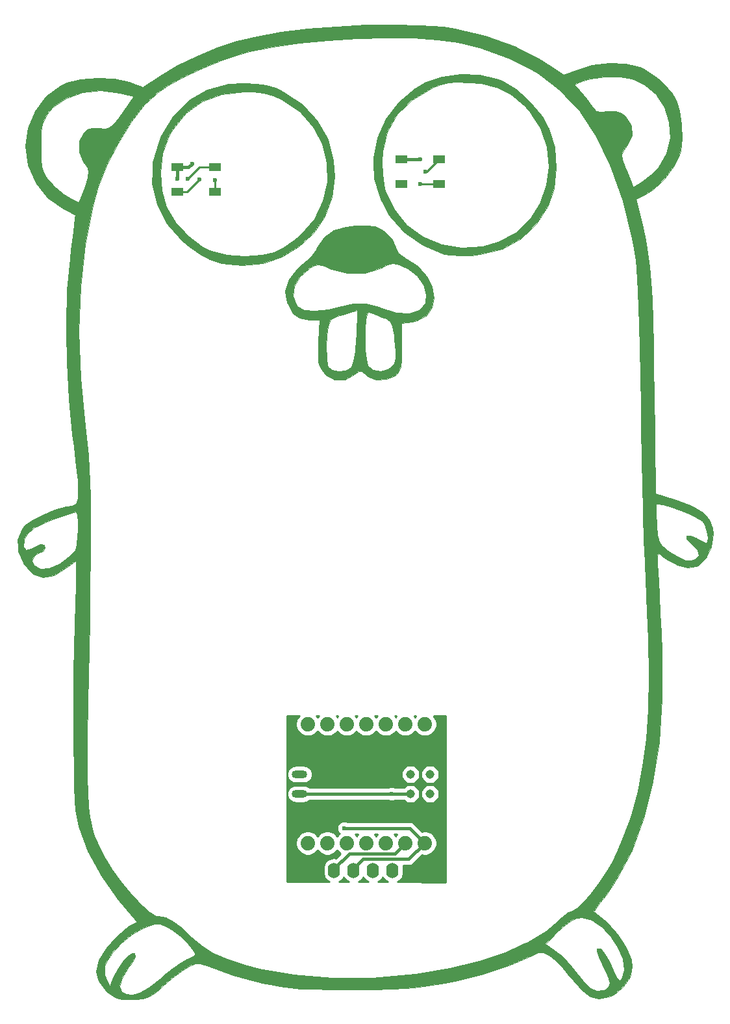
<source format=gbr>
G04 #@! TF.GenerationSoftware,KiCad,Pcbnew,(5.1.2)-1*
G04 #@! TF.CreationDate,2022-09-08T09:55:22+09:00*
G04 #@! TF.ProjectId,gopher_xiao,676f7068-6572-45f7-9869-616f2e6b6963,rev?*
G04 #@! TF.SameCoordinates,Original*
G04 #@! TF.FileFunction,Copper,L1,Top*
G04 #@! TF.FilePolarity,Positive*
%FSLAX46Y46*%
G04 Gerber Fmt 4.6, Leading zero omitted, Abs format (unit mm)*
G04 Created by KiCad (PCBNEW (5.1.2)-1) date 2022-09-08 09:55:22*
%MOMM*%
%LPD*%
G04 APERTURE LIST*
%ADD10C,0.010000*%
%ADD11C,1.879600*%
%ADD12O,2.032000X1.016000*%
%ADD13C,1.143000*%
%ADD14O,1.600000X2.000000*%
%ADD15R,1.500000X1.000000*%
%ADD16C,0.600000*%
%ADD17C,0.250000*%
%ADD18C,0.400000*%
%ADD19C,0.254000*%
G04 APERTURE END LIST*
D10*
G36*
X126149317Y-52914845D02*
G01*
X129110958Y-53147204D01*
X130634612Y-53368256D01*
X134631753Y-54318945D01*
X138407981Y-55663845D01*
X141782220Y-57331145D01*
X143630451Y-58522215D01*
X144876616Y-59419437D01*
X146714737Y-58671375D01*
X148643572Y-58124059D01*
X150793404Y-57893346D01*
X152911696Y-57978840D01*
X154745913Y-58380141D01*
X155451899Y-58685156D01*
X157362196Y-60015174D01*
X158899348Y-61682350D01*
X159520013Y-62693887D01*
X159962628Y-64054304D01*
X160222308Y-65824544D01*
X160278273Y-67686258D01*
X160109743Y-69321098D01*
X159984530Y-69810372D01*
X159218244Y-71359847D01*
X157999789Y-72928908D01*
X156551229Y-74260779D01*
X155611240Y-74867337D01*
X154274406Y-75569398D01*
X154778238Y-77548375D01*
X155196072Y-79269599D01*
X155541205Y-80910031D01*
X155821707Y-82568383D01*
X156045644Y-84343364D01*
X156221085Y-86333687D01*
X156356097Y-88638061D01*
X156458747Y-91355199D01*
X156537104Y-94583810D01*
X156599235Y-98422606D01*
X156620617Y-100090537D01*
X156788740Y-113930193D01*
X159497587Y-114795792D01*
X161569105Y-115563193D01*
X163000666Y-116369537D01*
X163877137Y-117290734D01*
X164283388Y-118402692D01*
X164337143Y-119124404D01*
X164088018Y-120858807D01*
X163407515Y-122313001D01*
X162395948Y-123292303D01*
X162116342Y-123434491D01*
X161011770Y-123558966D01*
X159655088Y-123217919D01*
X158291043Y-122490343D01*
X157678135Y-122002077D01*
X157369606Y-121747055D01*
X157178309Y-121737661D01*
X157088305Y-122084412D01*
X157083654Y-122897829D01*
X157148420Y-124288428D01*
X157204720Y-125284705D01*
X157306572Y-127175187D01*
X157423595Y-129529602D01*
X157542230Y-132065411D01*
X157648917Y-134500075D01*
X157661835Y-134809705D01*
X157695405Y-140669691D01*
X157308842Y-146216556D01*
X156516407Y-151389120D01*
X155332367Y-156126199D01*
X153770985Y-160366614D01*
X151846526Y-164049181D01*
X150344373Y-166195142D01*
X149551700Y-167225678D01*
X148998899Y-168000158D01*
X148791214Y-168370049D01*
X148795552Y-168381020D01*
X150457867Y-169684246D01*
X151905601Y-171275651D01*
X153019569Y-172983938D01*
X153680583Y-174637811D01*
X153810881Y-175589134D01*
X153485436Y-176930769D01*
X152614260Y-178191610D01*
X151366400Y-179161654D01*
X150696786Y-179457754D01*
X149481938Y-179678635D01*
X148364747Y-179413813D01*
X147226233Y-178600470D01*
X145947415Y-177175782D01*
X145649860Y-176792990D01*
X144669867Y-175618464D01*
X143695176Y-174629211D01*
X142929726Y-174031331D01*
X142902244Y-174016278D01*
X142154178Y-173689405D01*
X141519936Y-173700930D01*
X140657594Y-174071521D01*
X140481178Y-174162615D01*
X137705868Y-175388400D01*
X134373242Y-176487320D01*
X130648035Y-177407444D01*
X129400301Y-177655577D01*
X127667074Y-177956373D01*
X126029457Y-178178003D01*
X124323067Y-178331808D01*
X122383516Y-178429128D01*
X120046421Y-178481306D01*
X117165715Y-178499651D01*
X114448729Y-178495569D01*
X112311274Y-178465906D01*
X110607306Y-178399800D01*
X109190782Y-178286392D01*
X107915658Y-178114823D01*
X106635892Y-177874233D01*
X105563101Y-177636881D01*
X103686343Y-177163587D01*
X101793071Y-176617621D01*
X100170352Y-176084527D01*
X99509891Y-175833052D01*
X98283607Y-175347294D01*
X97486183Y-175129622D01*
X96877232Y-175159214D01*
X96216364Y-175415246D01*
X95983339Y-175527578D01*
X95059382Y-176094583D01*
X93866147Y-176980565D01*
X92671864Y-177985084D01*
X91583888Y-178932624D01*
X90783005Y-179481313D01*
X90023601Y-179739629D01*
X89060064Y-179816048D01*
X88517259Y-179820000D01*
X87213810Y-179765889D01*
X86340781Y-179539433D01*
X85606659Y-179044446D01*
X85293443Y-178756297D01*
X84256153Y-177445670D01*
X84019149Y-176525465D01*
X85027599Y-176525465D01*
X85247724Y-177231140D01*
X85685726Y-178073627D01*
X86131185Y-176985784D01*
X86688792Y-175902811D01*
X87393464Y-174898567D01*
X88108263Y-174128043D01*
X88696248Y-173746231D01*
X88955351Y-173789331D01*
X88973682Y-174320888D01*
X88435254Y-175260814D01*
X88190647Y-175586750D01*
X87280641Y-176984580D01*
X86961894Y-178068085D01*
X87238888Y-178799679D01*
X87774286Y-179078188D01*
X88669763Y-179175379D01*
X89614544Y-178928214D01*
X90743335Y-178272687D01*
X92190838Y-177144789D01*
X92631384Y-176770250D01*
X93824811Y-175805612D01*
X94939929Y-175010635D01*
X95761380Y-174537153D01*
X95847858Y-174502560D01*
X96556025Y-174172907D01*
X96830610Y-173900371D01*
X96538236Y-173318684D01*
X95833472Y-172489526D01*
X94900688Y-171590539D01*
X93924250Y-170799365D01*
X93088529Y-170293645D01*
X93086315Y-170292691D01*
X92251273Y-169981436D01*
X91574534Y-169935358D01*
X90753226Y-170176086D01*
X89953604Y-170516415D01*
X88599442Y-171310994D01*
X87243410Y-172427340D01*
X86068768Y-173681011D01*
X85258774Y-174887561D01*
X85034299Y-175467543D01*
X85027599Y-176525465D01*
X84019149Y-176525465D01*
X83917384Y-176130351D01*
X84255390Y-174714292D01*
X84338238Y-174537436D01*
X85267123Y-173056840D01*
X86502519Y-171626936D01*
X87797790Y-170519289D01*
X88229782Y-170252513D01*
X89229564Y-169713471D01*
X86836939Y-166829235D01*
X84566157Y-163701966D01*
X82823722Y-160467485D01*
X81669920Y-157252018D01*
X81251514Y-155134361D01*
X81147376Y-153872315D01*
X81064156Y-151980756D01*
X81002108Y-149576926D01*
X80961485Y-146778068D01*
X80942539Y-143701424D01*
X80945522Y-140464238D01*
X80970688Y-137183751D01*
X81018290Y-133977207D01*
X81088580Y-130961848D01*
X81181811Y-128254916D01*
X81192993Y-127992170D01*
X81267807Y-126095898D01*
X81316418Y-124497721D01*
X81335937Y-123329841D01*
X81323475Y-122724461D01*
X81309361Y-122669376D01*
X80976968Y-122873392D01*
X80288865Y-123381379D01*
X80039361Y-123574741D01*
X78420426Y-124569173D01*
X76995254Y-124849488D01*
X75737750Y-124413518D01*
X74621820Y-123259098D01*
X74525494Y-123116941D01*
X73757333Y-121465731D01*
X73721837Y-120894251D01*
X74454805Y-120894251D01*
X74759135Y-121320595D01*
X75451591Y-121127640D01*
X75639405Y-121009414D01*
X76610026Y-120496966D01*
X77139122Y-120570523D01*
X77251429Y-120989117D01*
X76983804Y-121484854D01*
X76751573Y-121549411D01*
X76115656Y-121812932D01*
X75800000Y-122109705D01*
X75531204Y-122707555D01*
X75800000Y-123230294D01*
X76644198Y-123735173D01*
X77810168Y-123663309D01*
X79182021Y-123033876D01*
X79853935Y-122559536D01*
X80691244Y-121870681D01*
X81170107Y-121289534D01*
X81403206Y-120565207D01*
X81503223Y-119446814D01*
X81531579Y-118824242D01*
X81541562Y-117567472D01*
X81465005Y-116668625D01*
X81318449Y-116320058D01*
X81316242Y-116320000D01*
X80722635Y-116450361D01*
X79684376Y-116786081D01*
X78426265Y-117244112D01*
X77173105Y-117741404D01*
X76149695Y-118194910D01*
X75901601Y-118320326D01*
X75028197Y-119037303D01*
X74561415Y-119872667D01*
X74454805Y-120894251D01*
X73721837Y-120894251D01*
X73660899Y-119913181D01*
X74234458Y-118540776D01*
X74632695Y-118078532D01*
X75580398Y-117396979D01*
X76972573Y-116682753D01*
X78541885Y-116048715D01*
X80020993Y-115607725D01*
X80788926Y-115479589D01*
X81156735Y-115377005D01*
X81412677Y-115085493D01*
X81556964Y-114521089D01*
X81589804Y-113599833D01*
X81511408Y-112237761D01*
X81321986Y-110350910D01*
X81021748Y-107855318D01*
X80812101Y-106213300D01*
X80339978Y-101605163D01*
X80071445Y-96798142D01*
X80019220Y-92855108D01*
X81655149Y-92855108D01*
X81846616Y-98848033D01*
X82370326Y-104247809D01*
X82569979Y-105858139D01*
X82738266Y-107402259D01*
X82876338Y-108951128D01*
X82985346Y-110575705D01*
X83066439Y-112346948D01*
X83120769Y-114335816D01*
X83149487Y-116613269D01*
X83153743Y-119250263D01*
X83134687Y-122317759D01*
X83093470Y-125886715D01*
X83031243Y-130028090D01*
X82949156Y-134812842D01*
X82905260Y-137237647D01*
X82828449Y-141564401D01*
X82774226Y-145218824D01*
X82749349Y-148275468D01*
X82760578Y-150808882D01*
X82814672Y-152893618D01*
X82918390Y-154604226D01*
X83078491Y-156015256D01*
X83301734Y-157201259D01*
X83594879Y-158236787D01*
X83964684Y-159196388D01*
X84417909Y-160154615D01*
X84961312Y-161186017D01*
X85099675Y-161441270D01*
X86040570Y-162973509D01*
X87194232Y-164553848D01*
X88448800Y-166060218D01*
X89692414Y-167370549D01*
X90813212Y-168362771D01*
X91699334Y-168914816D01*
X92014950Y-168987647D01*
X92964139Y-169121439D01*
X93935521Y-169583671D01*
X95077677Y-170465628D01*
X96301429Y-171621086D01*
X97644153Y-172785857D01*
X99165803Y-173739921D01*
X101016287Y-174553493D01*
X103345513Y-175296792D01*
X105153003Y-175767149D01*
X109677730Y-176593445D01*
X114667487Y-176992480D01*
X119989191Y-176960081D01*
X125509756Y-176492073D01*
X126055715Y-176422713D01*
X130093218Y-175743448D01*
X133860863Y-174812975D01*
X137260386Y-173667397D01*
X139568270Y-172625178D01*
X142507821Y-172625178D01*
X143716053Y-173395704D01*
X144601108Y-174122846D01*
X145628025Y-175198047D01*
X146329102Y-176066137D01*
X147462198Y-177487824D01*
X148376549Y-178328647D01*
X149198912Y-178664707D01*
X150056039Y-178572106D01*
X150337466Y-178472683D01*
X150760058Y-178187894D01*
X150861025Y-177696316D01*
X150623274Y-176857516D01*
X150029716Y-175531056D01*
X149962510Y-175391736D01*
X149488261Y-174308340D01*
X149230760Y-173507603D01*
X149228027Y-173210756D01*
X149664576Y-173203444D01*
X150249636Y-173827016D01*
X150917416Y-174998613D01*
X151268905Y-175781087D01*
X151773828Y-176864046D01*
X152131367Y-177300120D01*
X152391689Y-177170061D01*
X152741175Y-175956591D01*
X152557260Y-174526832D01*
X151943145Y-173023169D01*
X151002030Y-171587985D01*
X149837114Y-170363664D01*
X148551599Y-169492592D01*
X147248685Y-169117152D01*
X146590898Y-169166779D01*
X145792582Y-169554175D01*
X144779596Y-170317284D01*
X144048436Y-171009236D01*
X142507821Y-172625178D01*
X139568270Y-172625178D01*
X140193527Y-172342818D01*
X142562022Y-170875342D01*
X143655934Y-169956029D01*
X144637873Y-169081745D01*
X145473144Y-168463782D01*
X145963687Y-168240588D01*
X146546083Y-167946151D01*
X147401507Y-167152297D01*
X148418510Y-165993213D01*
X149485645Y-164603083D01*
X150491462Y-163116094D01*
X151151242Y-161994678D01*
X151844981Y-160552684D01*
X152613864Y-158695168D01*
X153336028Y-156725610D01*
X153642290Y-155791144D01*
X154495833Y-152679717D01*
X155148931Y-149412769D01*
X155607991Y-145896134D01*
X155879422Y-142035645D01*
X155969629Y-137737135D01*
X155885021Y-132906438D01*
X155632005Y-127449387D01*
X155603649Y-126965588D01*
X155518453Y-125254548D01*
X155426186Y-122907041D01*
X155329974Y-120033584D01*
X155232944Y-116744695D01*
X155204615Y-115669836D01*
X156867245Y-115669836D01*
X156897444Y-116615607D01*
X156980889Y-117901966D01*
X156984666Y-117950339D01*
X157108295Y-119309507D01*
X157292255Y-120156831D01*
X157654956Y-120725128D01*
X158314807Y-121247216D01*
X158836917Y-121592251D01*
X159993859Y-122296251D01*
X160798268Y-122610458D01*
X161475789Y-122596578D01*
X161948895Y-122443271D01*
X162468216Y-121978247D01*
X162333454Y-121309766D01*
X161561953Y-120517866D01*
X161525664Y-120490422D01*
X160874515Y-119838892D01*
X160857591Y-119449055D01*
X161398234Y-119432333D01*
X162067753Y-119702485D01*
X162861516Y-120110828D01*
X163339286Y-120354583D01*
X163591618Y-120227159D01*
X163635244Y-119633339D01*
X163505565Y-118810256D01*
X163237986Y-117995042D01*
X162907597Y-117463113D01*
X162346964Y-117098420D01*
X161362469Y-116636019D01*
X160148942Y-116147118D01*
X158901215Y-115702922D01*
X157814119Y-115374639D01*
X157082484Y-115233476D01*
X156896887Y-115266320D01*
X156867245Y-115669836D01*
X155204615Y-115669836D01*
X155138223Y-113150891D01*
X155048939Y-109362691D01*
X154968218Y-105490612D01*
X154916696Y-102686176D01*
X154841839Y-98480128D01*
X154772331Y-94944522D01*
X154704331Y-92002800D01*
X154633997Y-89578404D01*
X154557488Y-87594777D01*
X154470962Y-85975361D01*
X154370578Y-84643599D01*
X154252494Y-83522933D01*
X154112869Y-82536806D01*
X153947861Y-81608660D01*
X153829609Y-81021470D01*
X152549263Y-75826801D01*
X150991869Y-71296843D01*
X149122579Y-67392084D01*
X146906545Y-64073009D01*
X144308921Y-61300104D01*
X143431551Y-60640416D01*
X146207600Y-60640416D01*
X147152158Y-61679472D01*
X147944881Y-62617733D01*
X148598956Y-63498319D01*
X148637247Y-63556748D01*
X149110351Y-64094939D01*
X149746071Y-64253205D01*
X150604239Y-64160157D01*
X151675846Y-64086864D01*
X152439246Y-64378075D01*
X152922493Y-64787785D01*
X153665338Y-65950329D01*
X153729800Y-67259622D01*
X153110063Y-68581783D01*
X153088572Y-68610160D01*
X152627845Y-69247277D01*
X152430384Y-69763732D01*
X152499442Y-70388555D01*
X152838272Y-71350780D01*
X153138147Y-72100220D01*
X153913436Y-74025761D01*
X155129697Y-73287043D01*
X156228566Y-72462943D01*
X157214814Y-71484905D01*
X157247721Y-71445120D01*
X158295382Y-69635584D01*
X158743636Y-67635368D01*
X158635712Y-65589135D01*
X158014840Y-63641547D01*
X156924248Y-61937266D01*
X155407167Y-60620956D01*
X153801132Y-59911418D01*
X152146195Y-59659934D01*
X150201385Y-59667392D01*
X148326927Y-59915695D01*
X147198800Y-60243105D01*
X146207600Y-60640416D01*
X143431551Y-60640416D01*
X141294859Y-59033855D01*
X137829512Y-57234749D01*
X133878033Y-55863272D01*
X131044287Y-55184838D01*
X128432890Y-54805720D01*
X125277381Y-54594552D01*
X121738756Y-54542527D01*
X117978012Y-54640835D01*
X114156145Y-54880671D01*
X110434150Y-55253225D01*
X106973024Y-55749689D01*
X103933764Y-56361257D01*
X102488203Y-56747102D01*
X100156390Y-57540592D01*
X97710179Y-58540208D01*
X95359990Y-59647530D01*
X93316245Y-60764140D01*
X91920202Y-61690043D01*
X90213267Y-63303280D01*
X88494024Y-65494637D01*
X86855342Y-68103060D01*
X85390091Y-70967498D01*
X84191141Y-73926900D01*
X83459063Y-76363090D01*
X82467863Y-81446404D01*
X81864394Y-86999154D01*
X81655149Y-92855108D01*
X80019220Y-92855108D01*
X80007958Y-92004847D01*
X80150973Y-87437886D01*
X80501947Y-83309868D01*
X80647543Y-82192113D01*
X80883534Y-80469756D01*
X81060784Y-79042864D01*
X81162334Y-78058322D01*
X81171224Y-77663017D01*
X81170529Y-77662291D01*
X80810161Y-77450987D01*
X80022364Y-77027488D01*
X79558274Y-76784679D01*
X77587565Y-75362765D01*
X76060723Y-73444325D01*
X75070976Y-71184959D01*
X74711549Y-68740266D01*
X74711429Y-68695000D01*
X76707143Y-68695000D01*
X76731155Y-70267245D01*
X76838888Y-71325680D01*
X77083884Y-72102904D01*
X77519689Y-72831518D01*
X77724476Y-73114408D01*
X78533069Y-73989577D01*
X79591886Y-74867579D01*
X80665490Y-75576740D01*
X81518440Y-75945386D01*
X81630163Y-75962315D01*
X81840130Y-75646525D01*
X82172341Y-74811665D01*
X82467364Y-73917129D01*
X82809311Y-72739783D01*
X82916212Y-72018026D01*
X82778419Y-71497334D01*
X82386287Y-70923184D01*
X82352201Y-70878520D01*
X81704151Y-69500767D01*
X81736843Y-68059378D01*
X82199705Y-67054419D01*
X82718117Y-66490429D01*
X83403675Y-66299065D01*
X84286134Y-66349005D01*
X85083409Y-66407332D01*
X85652778Y-66282684D01*
X86179186Y-65853323D01*
X86847582Y-64997507D01*
X87295143Y-64368345D01*
X88811714Y-62220117D01*
X86995923Y-61771704D01*
X84491895Y-61440175D01*
X82114199Y-61666284D01*
X79998715Y-62412705D01*
X78281325Y-63642110D01*
X77684518Y-64329518D01*
X77188844Y-65076607D01*
X76895333Y-65814162D01*
X76752451Y-66772360D01*
X76708664Y-68181381D01*
X76707143Y-68695000D01*
X74711429Y-68695000D01*
X75043329Y-66315128D01*
X75972211Y-64105681D01*
X77397847Y-62221577D01*
X79220007Y-60817730D01*
X80070232Y-60412246D01*
X81885770Y-59948594D01*
X84056828Y-59776340D01*
X86270353Y-59896316D01*
X88213295Y-60309355D01*
X88444133Y-60389961D01*
X90021123Y-60974984D01*
X92174283Y-59542399D01*
X94401328Y-58237225D01*
X97084702Y-56943756D01*
X99962352Y-55779621D01*
X102288572Y-55002438D01*
X104878242Y-54372816D01*
X108015745Y-53837815D01*
X111536182Y-53406940D01*
X115274656Y-53089700D01*
X119066269Y-52895599D01*
X122746122Y-52834145D01*
X126149317Y-52914845D01*
X126149317Y-52914845D01*
G37*
X126149317Y-52914845D02*
X129110958Y-53147204D01*
X130634612Y-53368256D01*
X134631753Y-54318945D01*
X138407981Y-55663845D01*
X141782220Y-57331145D01*
X143630451Y-58522215D01*
X144876616Y-59419437D01*
X146714737Y-58671375D01*
X148643572Y-58124059D01*
X150793404Y-57893346D01*
X152911696Y-57978840D01*
X154745913Y-58380141D01*
X155451899Y-58685156D01*
X157362196Y-60015174D01*
X158899348Y-61682350D01*
X159520013Y-62693887D01*
X159962628Y-64054304D01*
X160222308Y-65824544D01*
X160278273Y-67686258D01*
X160109743Y-69321098D01*
X159984530Y-69810372D01*
X159218244Y-71359847D01*
X157999789Y-72928908D01*
X156551229Y-74260779D01*
X155611240Y-74867337D01*
X154274406Y-75569398D01*
X154778238Y-77548375D01*
X155196072Y-79269599D01*
X155541205Y-80910031D01*
X155821707Y-82568383D01*
X156045644Y-84343364D01*
X156221085Y-86333687D01*
X156356097Y-88638061D01*
X156458747Y-91355199D01*
X156537104Y-94583810D01*
X156599235Y-98422606D01*
X156620617Y-100090537D01*
X156788740Y-113930193D01*
X159497587Y-114795792D01*
X161569105Y-115563193D01*
X163000666Y-116369537D01*
X163877137Y-117290734D01*
X164283388Y-118402692D01*
X164337143Y-119124404D01*
X164088018Y-120858807D01*
X163407515Y-122313001D01*
X162395948Y-123292303D01*
X162116342Y-123434491D01*
X161011770Y-123558966D01*
X159655088Y-123217919D01*
X158291043Y-122490343D01*
X157678135Y-122002077D01*
X157369606Y-121747055D01*
X157178309Y-121737661D01*
X157088305Y-122084412D01*
X157083654Y-122897829D01*
X157148420Y-124288428D01*
X157204720Y-125284705D01*
X157306572Y-127175187D01*
X157423595Y-129529602D01*
X157542230Y-132065411D01*
X157648917Y-134500075D01*
X157661835Y-134809705D01*
X157695405Y-140669691D01*
X157308842Y-146216556D01*
X156516407Y-151389120D01*
X155332367Y-156126199D01*
X153770985Y-160366614D01*
X151846526Y-164049181D01*
X150344373Y-166195142D01*
X149551700Y-167225678D01*
X148998899Y-168000158D01*
X148791214Y-168370049D01*
X148795552Y-168381020D01*
X150457867Y-169684246D01*
X151905601Y-171275651D01*
X153019569Y-172983938D01*
X153680583Y-174637811D01*
X153810881Y-175589134D01*
X153485436Y-176930769D01*
X152614260Y-178191610D01*
X151366400Y-179161654D01*
X150696786Y-179457754D01*
X149481938Y-179678635D01*
X148364747Y-179413813D01*
X147226233Y-178600470D01*
X145947415Y-177175782D01*
X145649860Y-176792990D01*
X144669867Y-175618464D01*
X143695176Y-174629211D01*
X142929726Y-174031331D01*
X142902244Y-174016278D01*
X142154178Y-173689405D01*
X141519936Y-173700930D01*
X140657594Y-174071521D01*
X140481178Y-174162615D01*
X137705868Y-175388400D01*
X134373242Y-176487320D01*
X130648035Y-177407444D01*
X129400301Y-177655577D01*
X127667074Y-177956373D01*
X126029457Y-178178003D01*
X124323067Y-178331808D01*
X122383516Y-178429128D01*
X120046421Y-178481306D01*
X117165715Y-178499651D01*
X114448729Y-178495569D01*
X112311274Y-178465906D01*
X110607306Y-178399800D01*
X109190782Y-178286392D01*
X107915658Y-178114823D01*
X106635892Y-177874233D01*
X105563101Y-177636881D01*
X103686343Y-177163587D01*
X101793071Y-176617621D01*
X100170352Y-176084527D01*
X99509891Y-175833052D01*
X98283607Y-175347294D01*
X97486183Y-175129622D01*
X96877232Y-175159214D01*
X96216364Y-175415246D01*
X95983339Y-175527578D01*
X95059382Y-176094583D01*
X93866147Y-176980565D01*
X92671864Y-177985084D01*
X91583888Y-178932624D01*
X90783005Y-179481313D01*
X90023601Y-179739629D01*
X89060064Y-179816048D01*
X88517259Y-179820000D01*
X87213810Y-179765889D01*
X86340781Y-179539433D01*
X85606659Y-179044446D01*
X85293443Y-178756297D01*
X84256153Y-177445670D01*
X84019149Y-176525465D01*
X85027599Y-176525465D01*
X85247724Y-177231140D01*
X85685726Y-178073627D01*
X86131185Y-176985784D01*
X86688792Y-175902811D01*
X87393464Y-174898567D01*
X88108263Y-174128043D01*
X88696248Y-173746231D01*
X88955351Y-173789331D01*
X88973682Y-174320888D01*
X88435254Y-175260814D01*
X88190647Y-175586750D01*
X87280641Y-176984580D01*
X86961894Y-178068085D01*
X87238888Y-178799679D01*
X87774286Y-179078188D01*
X88669763Y-179175379D01*
X89614544Y-178928214D01*
X90743335Y-178272687D01*
X92190838Y-177144789D01*
X92631384Y-176770250D01*
X93824811Y-175805612D01*
X94939929Y-175010635D01*
X95761380Y-174537153D01*
X95847858Y-174502560D01*
X96556025Y-174172907D01*
X96830610Y-173900371D01*
X96538236Y-173318684D01*
X95833472Y-172489526D01*
X94900688Y-171590539D01*
X93924250Y-170799365D01*
X93088529Y-170293645D01*
X93086315Y-170292691D01*
X92251273Y-169981436D01*
X91574534Y-169935358D01*
X90753226Y-170176086D01*
X89953604Y-170516415D01*
X88599442Y-171310994D01*
X87243410Y-172427340D01*
X86068768Y-173681011D01*
X85258774Y-174887561D01*
X85034299Y-175467543D01*
X85027599Y-176525465D01*
X84019149Y-176525465D01*
X83917384Y-176130351D01*
X84255390Y-174714292D01*
X84338238Y-174537436D01*
X85267123Y-173056840D01*
X86502519Y-171626936D01*
X87797790Y-170519289D01*
X88229782Y-170252513D01*
X89229564Y-169713471D01*
X86836939Y-166829235D01*
X84566157Y-163701966D01*
X82823722Y-160467485D01*
X81669920Y-157252018D01*
X81251514Y-155134361D01*
X81147376Y-153872315D01*
X81064156Y-151980756D01*
X81002108Y-149576926D01*
X80961485Y-146778068D01*
X80942539Y-143701424D01*
X80945522Y-140464238D01*
X80970688Y-137183751D01*
X81018290Y-133977207D01*
X81088580Y-130961848D01*
X81181811Y-128254916D01*
X81192993Y-127992170D01*
X81267807Y-126095898D01*
X81316418Y-124497721D01*
X81335937Y-123329841D01*
X81323475Y-122724461D01*
X81309361Y-122669376D01*
X80976968Y-122873392D01*
X80288865Y-123381379D01*
X80039361Y-123574741D01*
X78420426Y-124569173D01*
X76995254Y-124849488D01*
X75737750Y-124413518D01*
X74621820Y-123259098D01*
X74525494Y-123116941D01*
X73757333Y-121465731D01*
X73721837Y-120894251D01*
X74454805Y-120894251D01*
X74759135Y-121320595D01*
X75451591Y-121127640D01*
X75639405Y-121009414D01*
X76610026Y-120496966D01*
X77139122Y-120570523D01*
X77251429Y-120989117D01*
X76983804Y-121484854D01*
X76751573Y-121549411D01*
X76115656Y-121812932D01*
X75800000Y-122109705D01*
X75531204Y-122707555D01*
X75800000Y-123230294D01*
X76644198Y-123735173D01*
X77810168Y-123663309D01*
X79182021Y-123033876D01*
X79853935Y-122559536D01*
X80691244Y-121870681D01*
X81170107Y-121289534D01*
X81403206Y-120565207D01*
X81503223Y-119446814D01*
X81531579Y-118824242D01*
X81541562Y-117567472D01*
X81465005Y-116668625D01*
X81318449Y-116320058D01*
X81316242Y-116320000D01*
X80722635Y-116450361D01*
X79684376Y-116786081D01*
X78426265Y-117244112D01*
X77173105Y-117741404D01*
X76149695Y-118194910D01*
X75901601Y-118320326D01*
X75028197Y-119037303D01*
X74561415Y-119872667D01*
X74454805Y-120894251D01*
X73721837Y-120894251D01*
X73660899Y-119913181D01*
X74234458Y-118540776D01*
X74632695Y-118078532D01*
X75580398Y-117396979D01*
X76972573Y-116682753D01*
X78541885Y-116048715D01*
X80020993Y-115607725D01*
X80788926Y-115479589D01*
X81156735Y-115377005D01*
X81412677Y-115085493D01*
X81556964Y-114521089D01*
X81589804Y-113599833D01*
X81511408Y-112237761D01*
X81321986Y-110350910D01*
X81021748Y-107855318D01*
X80812101Y-106213300D01*
X80339978Y-101605163D01*
X80071445Y-96798142D01*
X80019220Y-92855108D01*
X81655149Y-92855108D01*
X81846616Y-98848033D01*
X82370326Y-104247809D01*
X82569979Y-105858139D01*
X82738266Y-107402259D01*
X82876338Y-108951128D01*
X82985346Y-110575705D01*
X83066439Y-112346948D01*
X83120769Y-114335816D01*
X83149487Y-116613269D01*
X83153743Y-119250263D01*
X83134687Y-122317759D01*
X83093470Y-125886715D01*
X83031243Y-130028090D01*
X82949156Y-134812842D01*
X82905260Y-137237647D01*
X82828449Y-141564401D01*
X82774226Y-145218824D01*
X82749349Y-148275468D01*
X82760578Y-150808882D01*
X82814672Y-152893618D01*
X82918390Y-154604226D01*
X83078491Y-156015256D01*
X83301734Y-157201259D01*
X83594879Y-158236787D01*
X83964684Y-159196388D01*
X84417909Y-160154615D01*
X84961312Y-161186017D01*
X85099675Y-161441270D01*
X86040570Y-162973509D01*
X87194232Y-164553848D01*
X88448800Y-166060218D01*
X89692414Y-167370549D01*
X90813212Y-168362771D01*
X91699334Y-168914816D01*
X92014950Y-168987647D01*
X92964139Y-169121439D01*
X93935521Y-169583671D01*
X95077677Y-170465628D01*
X96301429Y-171621086D01*
X97644153Y-172785857D01*
X99165803Y-173739921D01*
X101016287Y-174553493D01*
X103345513Y-175296792D01*
X105153003Y-175767149D01*
X109677730Y-176593445D01*
X114667487Y-176992480D01*
X119989191Y-176960081D01*
X125509756Y-176492073D01*
X126055715Y-176422713D01*
X130093218Y-175743448D01*
X133860863Y-174812975D01*
X137260386Y-173667397D01*
X139568270Y-172625178D01*
X142507821Y-172625178D01*
X143716053Y-173395704D01*
X144601108Y-174122846D01*
X145628025Y-175198047D01*
X146329102Y-176066137D01*
X147462198Y-177487824D01*
X148376549Y-178328647D01*
X149198912Y-178664707D01*
X150056039Y-178572106D01*
X150337466Y-178472683D01*
X150760058Y-178187894D01*
X150861025Y-177696316D01*
X150623274Y-176857516D01*
X150029716Y-175531056D01*
X149962510Y-175391736D01*
X149488261Y-174308340D01*
X149230760Y-173507603D01*
X149228027Y-173210756D01*
X149664576Y-173203444D01*
X150249636Y-173827016D01*
X150917416Y-174998613D01*
X151268905Y-175781087D01*
X151773828Y-176864046D01*
X152131367Y-177300120D01*
X152391689Y-177170061D01*
X152741175Y-175956591D01*
X152557260Y-174526832D01*
X151943145Y-173023169D01*
X151002030Y-171587985D01*
X149837114Y-170363664D01*
X148551599Y-169492592D01*
X147248685Y-169117152D01*
X146590898Y-169166779D01*
X145792582Y-169554175D01*
X144779596Y-170317284D01*
X144048436Y-171009236D01*
X142507821Y-172625178D01*
X139568270Y-172625178D01*
X140193527Y-172342818D01*
X142562022Y-170875342D01*
X143655934Y-169956029D01*
X144637873Y-169081745D01*
X145473144Y-168463782D01*
X145963687Y-168240588D01*
X146546083Y-167946151D01*
X147401507Y-167152297D01*
X148418510Y-165993213D01*
X149485645Y-164603083D01*
X150491462Y-163116094D01*
X151151242Y-161994678D01*
X151844981Y-160552684D01*
X152613864Y-158695168D01*
X153336028Y-156725610D01*
X153642290Y-155791144D01*
X154495833Y-152679717D01*
X155148931Y-149412769D01*
X155607991Y-145896134D01*
X155879422Y-142035645D01*
X155969629Y-137737135D01*
X155885021Y-132906438D01*
X155632005Y-127449387D01*
X155603649Y-126965588D01*
X155518453Y-125254548D01*
X155426186Y-122907041D01*
X155329974Y-120033584D01*
X155232944Y-116744695D01*
X155204615Y-115669836D01*
X156867245Y-115669836D01*
X156897444Y-116615607D01*
X156980889Y-117901966D01*
X156984666Y-117950339D01*
X157108295Y-119309507D01*
X157292255Y-120156831D01*
X157654956Y-120725128D01*
X158314807Y-121247216D01*
X158836917Y-121592251D01*
X159993859Y-122296251D01*
X160798268Y-122610458D01*
X161475789Y-122596578D01*
X161948895Y-122443271D01*
X162468216Y-121978247D01*
X162333454Y-121309766D01*
X161561953Y-120517866D01*
X161525664Y-120490422D01*
X160874515Y-119838892D01*
X160857591Y-119449055D01*
X161398234Y-119432333D01*
X162067753Y-119702485D01*
X162861516Y-120110828D01*
X163339286Y-120354583D01*
X163591618Y-120227159D01*
X163635244Y-119633339D01*
X163505565Y-118810256D01*
X163237986Y-117995042D01*
X162907597Y-117463113D01*
X162346964Y-117098420D01*
X161362469Y-116636019D01*
X160148942Y-116147118D01*
X158901215Y-115702922D01*
X157814119Y-115374639D01*
X157082484Y-115233476D01*
X156896887Y-115266320D01*
X156867245Y-115669836D01*
X155204615Y-115669836D01*
X155138223Y-113150891D01*
X155048939Y-109362691D01*
X154968218Y-105490612D01*
X154916696Y-102686176D01*
X154841839Y-98480128D01*
X154772331Y-94944522D01*
X154704331Y-92002800D01*
X154633997Y-89578404D01*
X154557488Y-87594777D01*
X154470962Y-85975361D01*
X154370578Y-84643599D01*
X154252494Y-83522933D01*
X154112869Y-82536806D01*
X153947861Y-81608660D01*
X153829609Y-81021470D01*
X152549263Y-75826801D01*
X150991869Y-71296843D01*
X149122579Y-67392084D01*
X146906545Y-64073009D01*
X144308921Y-61300104D01*
X143431551Y-60640416D01*
X146207600Y-60640416D01*
X147152158Y-61679472D01*
X147944881Y-62617733D01*
X148598956Y-63498319D01*
X148637247Y-63556748D01*
X149110351Y-64094939D01*
X149746071Y-64253205D01*
X150604239Y-64160157D01*
X151675846Y-64086864D01*
X152439246Y-64378075D01*
X152922493Y-64787785D01*
X153665338Y-65950329D01*
X153729800Y-67259622D01*
X153110063Y-68581783D01*
X153088572Y-68610160D01*
X152627845Y-69247277D01*
X152430384Y-69763732D01*
X152499442Y-70388555D01*
X152838272Y-71350780D01*
X153138147Y-72100220D01*
X153913436Y-74025761D01*
X155129697Y-73287043D01*
X156228566Y-72462943D01*
X157214814Y-71484905D01*
X157247721Y-71445120D01*
X158295382Y-69635584D01*
X158743636Y-67635368D01*
X158635712Y-65589135D01*
X158014840Y-63641547D01*
X156924248Y-61937266D01*
X155407167Y-60620956D01*
X153801132Y-59911418D01*
X152146195Y-59659934D01*
X150201385Y-59667392D01*
X148326927Y-59915695D01*
X147198800Y-60243105D01*
X146207600Y-60640416D01*
X143431551Y-60640416D01*
X141294859Y-59033855D01*
X137829512Y-57234749D01*
X133878033Y-55863272D01*
X131044287Y-55184838D01*
X128432890Y-54805720D01*
X125277381Y-54594552D01*
X121738756Y-54542527D01*
X117978012Y-54640835D01*
X114156145Y-54880671D01*
X110434150Y-55253225D01*
X106973024Y-55749689D01*
X103933764Y-56361257D01*
X102488203Y-56747102D01*
X100156390Y-57540592D01*
X97710179Y-58540208D01*
X95359990Y-59647530D01*
X93316245Y-60764140D01*
X91920202Y-61690043D01*
X90213267Y-63303280D01*
X88494024Y-65494637D01*
X86855342Y-68103060D01*
X85390091Y-70967498D01*
X84191141Y-73926900D01*
X83459063Y-76363090D01*
X82467863Y-81446404D01*
X81864394Y-86999154D01*
X81655149Y-92855108D01*
X80019220Y-92855108D01*
X80007958Y-92004847D01*
X80150973Y-87437886D01*
X80501947Y-83309868D01*
X80647543Y-82192113D01*
X80883534Y-80469756D01*
X81060784Y-79042864D01*
X81162334Y-78058322D01*
X81171224Y-77663017D01*
X81170529Y-77662291D01*
X80810161Y-77450987D01*
X80022364Y-77027488D01*
X79558274Y-76784679D01*
X77587565Y-75362765D01*
X76060723Y-73444325D01*
X75070976Y-71184959D01*
X74711549Y-68740266D01*
X74711429Y-68695000D01*
X76707143Y-68695000D01*
X76731155Y-70267245D01*
X76838888Y-71325680D01*
X77083884Y-72102904D01*
X77519689Y-72831518D01*
X77724476Y-73114408D01*
X78533069Y-73989577D01*
X79591886Y-74867579D01*
X80665490Y-75576740D01*
X81518440Y-75945386D01*
X81630163Y-75962315D01*
X81840130Y-75646525D01*
X82172341Y-74811665D01*
X82467364Y-73917129D01*
X82809311Y-72739783D01*
X82916212Y-72018026D01*
X82778419Y-71497334D01*
X82386287Y-70923184D01*
X82352201Y-70878520D01*
X81704151Y-69500767D01*
X81736843Y-68059378D01*
X82199705Y-67054419D01*
X82718117Y-66490429D01*
X83403675Y-66299065D01*
X84286134Y-66349005D01*
X85083409Y-66407332D01*
X85652778Y-66282684D01*
X86179186Y-65853323D01*
X86847582Y-64997507D01*
X87295143Y-64368345D01*
X88811714Y-62220117D01*
X86995923Y-61771704D01*
X84491895Y-61440175D01*
X82114199Y-61666284D01*
X79998715Y-62412705D01*
X78281325Y-63642110D01*
X77684518Y-64329518D01*
X77188844Y-65076607D01*
X76895333Y-65814162D01*
X76752451Y-66772360D01*
X76708664Y-68181381D01*
X76707143Y-68695000D01*
X74711429Y-68695000D01*
X75043329Y-66315128D01*
X75972211Y-64105681D01*
X77397847Y-62221577D01*
X79220007Y-60817730D01*
X80070232Y-60412246D01*
X81885770Y-59948594D01*
X84056828Y-59776340D01*
X86270353Y-59896316D01*
X88213295Y-60309355D01*
X88444133Y-60389961D01*
X90021123Y-60974984D01*
X92174283Y-59542399D01*
X94401328Y-58237225D01*
X97084702Y-56943756D01*
X99962352Y-55779621D01*
X102288572Y-55002438D01*
X104878242Y-54372816D01*
X108015745Y-53837815D01*
X111536182Y-53406940D01*
X115274656Y-53089700D01*
X119066269Y-52895599D01*
X122746122Y-52834145D01*
X126149317Y-52914845D01*
G36*
X120202404Y-79120490D02*
G01*
X120994554Y-79449667D01*
X121520000Y-79787250D01*
X122557432Y-80792437D01*
X122904251Y-81681185D01*
X123284572Y-82606577D01*
X124207366Y-83271043D01*
X125818282Y-84319028D01*
X126986636Y-85599141D01*
X127699453Y-86994298D01*
X127943758Y-88387413D01*
X127706579Y-89661404D01*
X126974941Y-90699185D01*
X125735870Y-91383674D01*
X125122305Y-91527943D01*
X123697143Y-91762539D01*
X123697143Y-94868618D01*
X123677712Y-96425959D01*
X123593208Y-97416487D01*
X123404315Y-98019978D01*
X123071716Y-98416207D01*
X122890691Y-98556172D01*
X121736619Y-99039565D01*
X120445107Y-99080936D01*
X119329469Y-98688871D01*
X119038304Y-98450606D01*
X118523578Y-97996304D01*
X118103703Y-98027880D01*
X117546677Y-98450606D01*
X116310487Y-99071411D01*
X115003889Y-99069650D01*
X113852386Y-98464399D01*
X113525364Y-98110441D01*
X113121300Y-97491399D01*
X112903184Y-96811012D01*
X112835784Y-95850157D01*
X112870634Y-94791635D01*
X113908632Y-94791635D01*
X113938850Y-96176591D01*
X114059335Y-97208847D01*
X114120251Y-97426214D01*
X114620645Y-97860178D01*
X115493104Y-98011275D01*
X116438118Y-97879769D01*
X117156174Y-97465919D01*
X117192505Y-97423534D01*
X117451371Y-96737730D01*
X117666453Y-95459113D01*
X117802477Y-93866563D01*
X118966520Y-93866563D01*
X119012990Y-95229983D01*
X119128888Y-96406028D01*
X119316281Y-97208309D01*
X119355624Y-97294556D01*
X120006222Y-97850406D01*
X120975352Y-98008204D01*
X121959357Y-97754435D01*
X122401225Y-97430084D01*
X122747618Y-96954205D01*
X122920299Y-96312441D01*
X122933721Y-95330748D01*
X122802335Y-93835080D01*
X122743062Y-93313298D01*
X122568286Y-92168297D01*
X122283820Y-91524486D01*
X121732210Y-91137616D01*
X121204073Y-90925950D01*
X120226279Y-90564100D01*
X119511186Y-90296516D01*
X119433572Y-90266953D01*
X119223004Y-90515964D01*
X119073595Y-91323163D01*
X118987411Y-92502160D01*
X118966520Y-93866563D01*
X117802477Y-93866563D01*
X117813145Y-93741669D01*
X117828216Y-93445259D01*
X117985420Y-90060508D01*
X117121996Y-90312481D01*
X116060325Y-90597380D01*
X115298512Y-90781136D01*
X114505157Y-91201377D01*
X114119808Y-92123201D01*
X114119227Y-92126188D01*
X113968739Y-93344620D01*
X113908632Y-94791635D01*
X112870634Y-94791635D01*
X112883867Y-94389708D01*
X112894735Y-94188382D01*
X113054273Y-91293529D01*
X111726102Y-91293529D01*
X110380180Y-91019781D01*
X109614548Y-90435130D01*
X108769329Y-89038289D01*
X108666199Y-88167061D01*
X109567631Y-88167061D01*
X110005427Y-89314531D01*
X110146239Y-89489852D01*
X111050607Y-90004364D01*
X112455109Y-90163176D01*
X114219994Y-89963018D01*
X115565903Y-89616690D01*
X117460122Y-89168173D01*
X119072491Y-89164593D01*
X120711247Y-89616023D01*
X121157143Y-89799411D01*
X123039808Y-90386472D01*
X124714522Y-90471522D01*
X126030323Y-90049560D01*
X126156405Y-89964995D01*
X126818315Y-89096457D01*
X126931900Y-87972589D01*
X126554196Y-86750083D01*
X125742236Y-85585633D01*
X124553056Y-84635933D01*
X124137845Y-84419370D01*
X123216060Y-84024279D01*
X122563164Y-83930774D01*
X121844626Y-84150314D01*
X121066900Y-84524559D01*
X118969399Y-85183268D01*
X116713696Y-85235151D01*
X114568833Y-84677254D01*
X114392062Y-84597798D01*
X113436581Y-84183987D01*
X112821265Y-84090725D01*
X112232106Y-84315126D01*
X111803699Y-84573999D01*
X110512332Y-85661655D01*
X109751788Y-86904389D01*
X109567631Y-88167061D01*
X108666199Y-88167061D01*
X108590308Y-87525956D01*
X109054548Y-86016830D01*
X110139113Y-84629609D01*
X110846289Y-84060705D01*
X111839551Y-83169817D01*
X112639658Y-82126219D01*
X112747352Y-81928751D01*
X113668579Y-80546247D01*
X114888527Y-79653797D01*
X116551980Y-79168815D01*
X117812314Y-79039661D01*
X119231730Y-79001983D01*
X120202404Y-79120490D01*
X120202404Y-79120490D01*
G37*
X120202404Y-79120490D02*
X120994554Y-79449667D01*
X121520000Y-79787250D01*
X122557432Y-80792437D01*
X122904251Y-81681185D01*
X123284572Y-82606577D01*
X124207366Y-83271043D01*
X125818282Y-84319028D01*
X126986636Y-85599141D01*
X127699453Y-86994298D01*
X127943758Y-88387413D01*
X127706579Y-89661404D01*
X126974941Y-90699185D01*
X125735870Y-91383674D01*
X125122305Y-91527943D01*
X123697143Y-91762539D01*
X123697143Y-94868618D01*
X123677712Y-96425959D01*
X123593208Y-97416487D01*
X123404315Y-98019978D01*
X123071716Y-98416207D01*
X122890691Y-98556172D01*
X121736619Y-99039565D01*
X120445107Y-99080936D01*
X119329469Y-98688871D01*
X119038304Y-98450606D01*
X118523578Y-97996304D01*
X118103703Y-98027880D01*
X117546677Y-98450606D01*
X116310487Y-99071411D01*
X115003889Y-99069650D01*
X113852386Y-98464399D01*
X113525364Y-98110441D01*
X113121300Y-97491399D01*
X112903184Y-96811012D01*
X112835784Y-95850157D01*
X112870634Y-94791635D01*
X113908632Y-94791635D01*
X113938850Y-96176591D01*
X114059335Y-97208847D01*
X114120251Y-97426214D01*
X114620645Y-97860178D01*
X115493104Y-98011275D01*
X116438118Y-97879769D01*
X117156174Y-97465919D01*
X117192505Y-97423534D01*
X117451371Y-96737730D01*
X117666453Y-95459113D01*
X117802477Y-93866563D01*
X118966520Y-93866563D01*
X119012990Y-95229983D01*
X119128888Y-96406028D01*
X119316281Y-97208309D01*
X119355624Y-97294556D01*
X120006222Y-97850406D01*
X120975352Y-98008204D01*
X121959357Y-97754435D01*
X122401225Y-97430084D01*
X122747618Y-96954205D01*
X122920299Y-96312441D01*
X122933721Y-95330748D01*
X122802335Y-93835080D01*
X122743062Y-93313298D01*
X122568286Y-92168297D01*
X122283820Y-91524486D01*
X121732210Y-91137616D01*
X121204073Y-90925950D01*
X120226279Y-90564100D01*
X119511186Y-90296516D01*
X119433572Y-90266953D01*
X119223004Y-90515964D01*
X119073595Y-91323163D01*
X118987411Y-92502160D01*
X118966520Y-93866563D01*
X117802477Y-93866563D01*
X117813145Y-93741669D01*
X117828216Y-93445259D01*
X117985420Y-90060508D01*
X117121996Y-90312481D01*
X116060325Y-90597380D01*
X115298512Y-90781136D01*
X114505157Y-91201377D01*
X114119808Y-92123201D01*
X114119227Y-92126188D01*
X113968739Y-93344620D01*
X113908632Y-94791635D01*
X112870634Y-94791635D01*
X112883867Y-94389708D01*
X112894735Y-94188382D01*
X113054273Y-91293529D01*
X111726102Y-91293529D01*
X110380180Y-91019781D01*
X109614548Y-90435130D01*
X108769329Y-89038289D01*
X108666199Y-88167061D01*
X109567631Y-88167061D01*
X110005427Y-89314531D01*
X110146239Y-89489852D01*
X111050607Y-90004364D01*
X112455109Y-90163176D01*
X114219994Y-89963018D01*
X115565903Y-89616690D01*
X117460122Y-89168173D01*
X119072491Y-89164593D01*
X120711247Y-89616023D01*
X121157143Y-89799411D01*
X123039808Y-90386472D01*
X124714522Y-90471522D01*
X126030323Y-90049560D01*
X126156405Y-89964995D01*
X126818315Y-89096457D01*
X126931900Y-87972589D01*
X126554196Y-86750083D01*
X125742236Y-85585633D01*
X124553056Y-84635933D01*
X124137845Y-84419370D01*
X123216060Y-84024279D01*
X122563164Y-83930774D01*
X121844626Y-84150314D01*
X121066900Y-84524559D01*
X118969399Y-85183268D01*
X116713696Y-85235151D01*
X114568833Y-84677254D01*
X114392062Y-84597798D01*
X113436581Y-84183987D01*
X112821265Y-84090725D01*
X112232106Y-84315126D01*
X111803699Y-84573999D01*
X110512332Y-85661655D01*
X109751788Y-86904389D01*
X109567631Y-88167061D01*
X108666199Y-88167061D01*
X108590308Y-87525956D01*
X109054548Y-86016830D01*
X110139113Y-84629609D01*
X110846289Y-84060705D01*
X111839551Y-83169817D01*
X112639658Y-82126219D01*
X112747352Y-81928751D01*
X113668579Y-80546247D01*
X114888527Y-79653797D01*
X116551980Y-79168815D01*
X117812314Y-79039661D01*
X119231730Y-79001983D01*
X120202404Y-79120490D01*
G36*
X104871359Y-60532525D02*
G01*
X106130816Y-60720591D01*
X107283558Y-61110994D01*
X108168228Y-61527445D01*
X110738244Y-63191113D01*
X112724673Y-65281812D01*
X114103798Y-67761134D01*
X114851900Y-70590674D01*
X114988572Y-72571409D01*
X114653913Y-75318144D01*
X113710014Y-77805141D01*
X112246990Y-79972173D01*
X110354957Y-81759014D01*
X108124030Y-83105436D01*
X105644326Y-83951212D01*
X103005961Y-84236114D01*
X100299048Y-83899915D01*
X98769582Y-83411089D01*
X97449189Y-82732701D01*
X96004359Y-81758379D01*
X95068571Y-80984910D01*
X93126238Y-78736552D01*
X91843816Y-76238905D01*
X91236012Y-73567507D01*
X91280014Y-72072506D01*
X92287595Y-72072506D01*
X92450736Y-74478542D01*
X93068712Y-76605604D01*
X93127516Y-76733401D01*
X94332483Y-78655593D01*
X95969035Y-80415612D01*
X97810151Y-81792357D01*
X98864879Y-82321167D01*
X100916069Y-82861843D01*
X103273624Y-83043174D01*
X105604265Y-82858698D01*
X107120400Y-82481213D01*
X108332950Y-81890429D01*
X109692024Y-80986504D01*
X110582904Y-80251030D01*
X112350149Y-78161282D01*
X113498088Y-75819691D01*
X114041946Y-73336962D01*
X113996945Y-70823798D01*
X113378307Y-68390903D01*
X112201256Y-66148980D01*
X110481014Y-64208734D01*
X108232805Y-62680868D01*
X108161885Y-62644838D01*
X106910210Y-62081298D01*
X105761546Y-61763564D01*
X104409065Y-61627419D01*
X103197418Y-61605781D01*
X100261778Y-61920373D01*
X97712276Y-62860910D01*
X95565595Y-64417385D01*
X93838417Y-66579790D01*
X93304332Y-67540786D01*
X92573918Y-69666815D01*
X92287595Y-72072506D01*
X91280014Y-72072506D01*
X91317530Y-70797894D01*
X92103076Y-68005606D01*
X92408169Y-67319157D01*
X94011539Y-64710745D01*
X96026050Y-62716276D01*
X98434433Y-61346691D01*
X101219423Y-60612933D01*
X103197418Y-60482071D01*
X104871359Y-60532525D01*
X104871359Y-60532525D01*
G37*
X104871359Y-60532525D02*
X106130816Y-60720591D01*
X107283558Y-61110994D01*
X108168228Y-61527445D01*
X110738244Y-63191113D01*
X112724673Y-65281812D01*
X114103798Y-67761134D01*
X114851900Y-70590674D01*
X114988572Y-72571409D01*
X114653913Y-75318144D01*
X113710014Y-77805141D01*
X112246990Y-79972173D01*
X110354957Y-81759014D01*
X108124030Y-83105436D01*
X105644326Y-83951212D01*
X103005961Y-84236114D01*
X100299048Y-83899915D01*
X98769582Y-83411089D01*
X97449189Y-82732701D01*
X96004359Y-81758379D01*
X95068571Y-80984910D01*
X93126238Y-78736552D01*
X91843816Y-76238905D01*
X91236012Y-73567507D01*
X91280014Y-72072506D01*
X92287595Y-72072506D01*
X92450736Y-74478542D01*
X93068712Y-76605604D01*
X93127516Y-76733401D01*
X94332483Y-78655593D01*
X95969035Y-80415612D01*
X97810151Y-81792357D01*
X98864879Y-82321167D01*
X100916069Y-82861843D01*
X103273624Y-83043174D01*
X105604265Y-82858698D01*
X107120400Y-82481213D01*
X108332950Y-81890429D01*
X109692024Y-80986504D01*
X110582904Y-80251030D01*
X112350149Y-78161282D01*
X113498088Y-75819691D01*
X114041946Y-73336962D01*
X113996945Y-70823798D01*
X113378307Y-68390903D01*
X112201256Y-66148980D01*
X110481014Y-64208734D01*
X108232805Y-62680868D01*
X108161885Y-62644838D01*
X106910210Y-62081298D01*
X105761546Y-61763564D01*
X104409065Y-61627419D01*
X103197418Y-61605781D01*
X100261778Y-61920373D01*
X97712276Y-62860910D01*
X95565595Y-64417385D01*
X93838417Y-66579790D01*
X93304332Y-67540786D01*
X92573918Y-69666815D01*
X92287595Y-72072506D01*
X91280014Y-72072506D01*
X91317530Y-70797894D01*
X92103076Y-68005606D01*
X92408169Y-67319157D01*
X94011539Y-64710745D01*
X96026050Y-62716276D01*
X98434433Y-61346691D01*
X101219423Y-60612933D01*
X103197418Y-60482071D01*
X104871359Y-60532525D01*
G36*
X133891367Y-59398810D02*
G01*
X136104211Y-59882439D01*
X136838823Y-60178059D01*
X138758523Y-61364804D01*
X140587772Y-62994471D01*
X142108558Y-64846784D01*
X142971059Y-66373976D01*
X143687105Y-68826992D01*
X143886761Y-71519598D01*
X143573918Y-74187174D01*
X142823312Y-76420187D01*
X141295879Y-78808161D01*
X139264440Y-80696478D01*
X136803328Y-82036765D01*
X133986874Y-82780651D01*
X132873961Y-82894779D01*
X131427210Y-82929020D01*
X130116283Y-82867124D01*
X129321429Y-82743367D01*
X126506984Y-81598951D01*
X124083365Y-79873447D01*
X122134633Y-77639292D01*
X120985006Y-75559614D01*
X120198248Y-72899552D01*
X120106727Y-70767012D01*
X121157143Y-70767012D01*
X121221805Y-72282730D01*
X121389637Y-73691016D01*
X121577552Y-74522348D01*
X122742251Y-76951613D01*
X124426401Y-78952912D01*
X126524978Y-80478878D01*
X128932962Y-81482143D01*
X131545330Y-81915340D01*
X134257061Y-81731103D01*
X136292817Y-81159266D01*
X138598413Y-79922958D01*
X140437644Y-78207752D01*
X141788073Y-76125735D01*
X142627264Y-73788993D01*
X142932779Y-71309613D01*
X142682180Y-68799681D01*
X141853032Y-66371284D01*
X140422896Y-64136509D01*
X139832191Y-63478039D01*
X138133481Y-62010415D01*
X136305401Y-61055025D01*
X134140803Y-60523604D01*
X132533471Y-60368019D01*
X130929340Y-60311239D01*
X129768230Y-60386191D01*
X128772624Y-60635556D01*
X127665005Y-61102017D01*
X127618343Y-61123958D01*
X125078520Y-62655212D01*
X123160992Y-64554759D01*
X121876048Y-66807242D01*
X121233974Y-69397309D01*
X121157143Y-70767012D01*
X120106727Y-70767012D01*
X120082444Y-70201200D01*
X120596438Y-67570250D01*
X121699074Y-65112393D01*
X123349198Y-62933317D01*
X125505655Y-61138715D01*
X126909169Y-60345856D01*
X129025920Y-59635046D01*
X131442628Y-59317855D01*
X133891367Y-59398810D01*
X133891367Y-59398810D01*
G37*
X133891367Y-59398810D02*
X136104211Y-59882439D01*
X136838823Y-60178059D01*
X138758523Y-61364804D01*
X140587772Y-62994471D01*
X142108558Y-64846784D01*
X142971059Y-66373976D01*
X143687105Y-68826992D01*
X143886761Y-71519598D01*
X143573918Y-74187174D01*
X142823312Y-76420187D01*
X141295879Y-78808161D01*
X139264440Y-80696478D01*
X136803328Y-82036765D01*
X133986874Y-82780651D01*
X132873961Y-82894779D01*
X131427210Y-82929020D01*
X130116283Y-82867124D01*
X129321429Y-82743367D01*
X126506984Y-81598951D01*
X124083365Y-79873447D01*
X122134633Y-77639292D01*
X120985006Y-75559614D01*
X120198248Y-72899552D01*
X120106727Y-70767012D01*
X121157143Y-70767012D01*
X121221805Y-72282730D01*
X121389637Y-73691016D01*
X121577552Y-74522348D01*
X122742251Y-76951613D01*
X124426401Y-78952912D01*
X126524978Y-80478878D01*
X128932962Y-81482143D01*
X131545330Y-81915340D01*
X134257061Y-81731103D01*
X136292817Y-81159266D01*
X138598413Y-79922958D01*
X140437644Y-78207752D01*
X141788073Y-76125735D01*
X142627264Y-73788993D01*
X142932779Y-71309613D01*
X142682180Y-68799681D01*
X141853032Y-66371284D01*
X140422896Y-64136509D01*
X139832191Y-63478039D01*
X138133481Y-62010415D01*
X136305401Y-61055025D01*
X134140803Y-60523604D01*
X132533471Y-60368019D01*
X130929340Y-60311239D01*
X129768230Y-60386191D01*
X128772624Y-60635556D01*
X127665005Y-61102017D01*
X127618343Y-61123958D01*
X125078520Y-62655212D01*
X123160992Y-64554759D01*
X121876048Y-66807242D01*
X121233974Y-69397309D01*
X121157143Y-70767012D01*
X120106727Y-70767012D01*
X120082444Y-70201200D01*
X120596438Y-67570250D01*
X121699074Y-65112393D01*
X123349198Y-62933317D01*
X125505655Y-61138715D01*
X126909169Y-60345856D01*
X129025920Y-59635046D01*
X131442628Y-59317855D01*
X133891367Y-59398810D01*
D11*
X126758500Y-159456100D03*
X124228500Y-159456100D03*
X121688500Y-159456100D03*
X119138500Y-159446100D03*
X116608500Y-159446100D03*
X114058500Y-159456100D03*
X111518500Y-159456100D03*
X111518500Y-143956100D03*
X114068500Y-143956100D03*
X116598500Y-143956100D03*
X119128500Y-143956100D03*
X121688500Y-143956100D03*
X124218500Y-143956100D03*
X126758500Y-143946100D03*
D12*
X110448500Y-150486100D03*
X110448500Y-153036100D03*
D13*
X127452687Y-150484903D03*
X127452687Y-153024903D03*
X124912687Y-150484903D03*
X124912687Y-153024903D03*
D14*
X117487200Y-162996300D03*
X114947200Y-162996300D03*
X120027200Y-162996300D03*
X122567200Y-162996300D03*
D15*
X123751000Y-70409000D03*
X123751000Y-73609000D03*
X128651000Y-70409000D03*
X128651000Y-73609000D03*
X94488000Y-71437500D03*
X94488000Y-74637500D03*
X99388000Y-71437500D03*
X99388000Y-74637500D03*
D16*
X99390200Y-73063100D03*
X126174500Y-73609200D03*
X122435620Y-153022300D03*
X97409000Y-72999600D03*
X126885700Y-72034400D03*
X95859600Y-72961500D03*
X94488000Y-72961500D03*
X96431100Y-70980300D03*
X126136400Y-70408800D03*
X116258340Y-157480000D03*
D17*
X99388000Y-74637500D02*
X99388000Y-73065300D01*
X99388000Y-73065300D02*
X99390200Y-73063100D01*
X128651000Y-73609000D02*
X126174700Y-73609000D01*
X126174700Y-73609000D02*
X126174500Y-73609200D01*
D18*
X123288701Y-160395899D02*
X124228500Y-159456100D01*
X122888699Y-160795901D02*
X123288701Y-160395899D01*
X116947599Y-160795901D02*
X122888699Y-160795901D01*
X114947200Y-162796300D02*
X116947599Y-160795901D01*
X114947200Y-162996300D02*
X114947200Y-162796300D01*
X124912687Y-153024903D02*
X122438223Y-153024903D01*
X122438223Y-153024903D02*
X122435620Y-153022300D01*
X122421820Y-153036100D02*
X122435620Y-153022300D01*
X110448500Y-153036100D02*
X122421820Y-153036100D01*
D17*
X94488000Y-74637500D02*
X95771100Y-74637500D01*
X95771100Y-74637500D02*
X97409000Y-72999600D01*
X127025600Y-72034400D02*
X128651000Y-70409000D01*
X126885700Y-72034400D02*
X127025600Y-72034400D01*
X99388000Y-71437500D02*
X97383600Y-71437500D01*
X97383600Y-71437500D02*
X95859600Y-72961500D01*
D18*
X94488000Y-71437500D02*
X94488000Y-72961500D01*
X94488000Y-71437500D02*
X95973900Y-71437500D01*
X95973900Y-71437500D02*
X96431100Y-70980300D01*
X123751200Y-70408800D02*
X123751000Y-70409000D01*
X126136400Y-70408800D02*
X123751200Y-70408800D01*
X117487200Y-162796300D02*
X118752200Y-161531300D01*
X117487200Y-162996300D02*
X117487200Y-162796300D01*
X124683300Y-161531300D02*
X126758500Y-159456100D01*
X118752200Y-161531300D02*
X124683300Y-161531300D01*
X124782400Y-157480000D02*
X126758500Y-159456100D01*
X116258340Y-157480000D02*
X124782400Y-157480000D01*
D19*
G36*
X110383105Y-142864391D02*
G01*
X110295273Y-142952223D01*
X110122930Y-143210152D01*
X110004218Y-143496748D01*
X109943700Y-143800996D01*
X109943700Y-144111204D01*
X110004218Y-144415452D01*
X110122930Y-144702048D01*
X110295273Y-144959977D01*
X110514623Y-145179327D01*
X110772552Y-145351670D01*
X111059148Y-145470382D01*
X111363396Y-145530900D01*
X111673604Y-145530900D01*
X111977852Y-145470382D01*
X112264448Y-145351670D01*
X112522377Y-145179327D01*
X112741727Y-144959977D01*
X112793500Y-144882493D01*
X112845273Y-144959977D01*
X113064623Y-145179327D01*
X113322552Y-145351670D01*
X113609148Y-145470382D01*
X113913396Y-145530900D01*
X114223604Y-145530900D01*
X114527852Y-145470382D01*
X114814448Y-145351670D01*
X115072377Y-145179327D01*
X115291727Y-144959977D01*
X115333500Y-144897459D01*
X115375273Y-144959977D01*
X115594623Y-145179327D01*
X115852552Y-145351670D01*
X116139148Y-145470382D01*
X116443396Y-145530900D01*
X116753604Y-145530900D01*
X117057852Y-145470382D01*
X117344448Y-145351670D01*
X117602377Y-145179327D01*
X117821727Y-144959977D01*
X117863500Y-144897459D01*
X117905273Y-144959977D01*
X118124623Y-145179327D01*
X118382552Y-145351670D01*
X118669148Y-145470382D01*
X118973396Y-145530900D01*
X119283604Y-145530900D01*
X119587852Y-145470382D01*
X119874448Y-145351670D01*
X120132377Y-145179327D01*
X120351727Y-144959977D01*
X120408500Y-144875010D01*
X120465273Y-144959977D01*
X120684623Y-145179327D01*
X120942552Y-145351670D01*
X121229148Y-145470382D01*
X121533396Y-145530900D01*
X121843604Y-145530900D01*
X122147852Y-145470382D01*
X122434448Y-145351670D01*
X122692377Y-145179327D01*
X122911727Y-144959977D01*
X122953500Y-144897459D01*
X122995273Y-144959977D01*
X123214623Y-145179327D01*
X123472552Y-145351670D01*
X123759148Y-145470382D01*
X124063396Y-145530900D01*
X124373604Y-145530900D01*
X124677852Y-145470382D01*
X124964448Y-145351670D01*
X125222377Y-145179327D01*
X125441727Y-144959977D01*
X125491841Y-144884976D01*
X125535273Y-144949977D01*
X125754623Y-145169327D01*
X126012552Y-145341670D01*
X126299148Y-145460382D01*
X126603396Y-145520900D01*
X126913604Y-145520900D01*
X127217852Y-145460382D01*
X127504448Y-145341670D01*
X127762377Y-145169327D01*
X127981727Y-144949977D01*
X128154070Y-144692048D01*
X128272782Y-144405452D01*
X128333300Y-144101204D01*
X128333300Y-143790996D01*
X128272782Y-143486748D01*
X128154070Y-143200152D01*
X127981727Y-142942223D01*
X127925197Y-142885693D01*
X129451026Y-142887546D01*
X129438474Y-164502791D01*
X123195439Y-164487629D01*
X123368301Y-164395232D01*
X123586808Y-164215908D01*
X123766132Y-163997401D01*
X123899382Y-163748107D01*
X123981436Y-163477608D01*
X124002200Y-163266791D01*
X124002200Y-162725808D01*
X123981436Y-162514991D01*
X123936332Y-162366300D01*
X124642282Y-162366300D01*
X124683300Y-162370340D01*
X124724318Y-162366300D01*
X124724319Y-162366300D01*
X124846989Y-162354218D01*
X125004387Y-162306472D01*
X125149446Y-162228936D01*
X125276591Y-162124591D01*
X125302746Y-162092721D01*
X126404191Y-160991276D01*
X126603396Y-161030900D01*
X126913604Y-161030900D01*
X127217852Y-160970382D01*
X127504448Y-160851670D01*
X127762377Y-160679327D01*
X127981727Y-160459977D01*
X128154070Y-160202048D01*
X128272782Y-159915452D01*
X128333300Y-159611204D01*
X128333300Y-159300996D01*
X128272782Y-158996748D01*
X128154070Y-158710152D01*
X127981727Y-158452223D01*
X127762377Y-158232873D01*
X127504448Y-158060530D01*
X127217852Y-157941818D01*
X126913604Y-157881300D01*
X126603396Y-157881300D01*
X126404191Y-157920924D01*
X125401846Y-156918579D01*
X125375691Y-156886709D01*
X125248546Y-156782364D01*
X125103487Y-156704828D01*
X124946089Y-156657082D01*
X124823419Y-156645000D01*
X124823418Y-156645000D01*
X124782400Y-156640960D01*
X124741382Y-156645000D01*
X116685744Y-156645000D01*
X116531069Y-156580932D01*
X116350429Y-156545000D01*
X116166251Y-156545000D01*
X115985611Y-156580932D01*
X115815451Y-156651414D01*
X115662312Y-156753738D01*
X115532078Y-156883972D01*
X115429754Y-157037111D01*
X115359272Y-157207271D01*
X115323340Y-157387911D01*
X115323340Y-157572089D01*
X115359272Y-157752729D01*
X115429754Y-157922889D01*
X115532078Y-158076028D01*
X115649163Y-158193113D01*
X115604623Y-158222873D01*
X115385273Y-158442223D01*
X115330159Y-158524707D01*
X115281727Y-158452223D01*
X115062377Y-158232873D01*
X114804448Y-158060530D01*
X114517852Y-157941818D01*
X114213604Y-157881300D01*
X113903396Y-157881300D01*
X113599148Y-157941818D01*
X113312552Y-158060530D01*
X113054623Y-158232873D01*
X112835273Y-158452223D01*
X112788500Y-158522224D01*
X112741727Y-158452223D01*
X112522377Y-158232873D01*
X112264448Y-158060530D01*
X111977852Y-157941818D01*
X111673604Y-157881300D01*
X111363396Y-157881300D01*
X111059148Y-157941818D01*
X110772552Y-158060530D01*
X110514623Y-158232873D01*
X110295273Y-158452223D01*
X110122930Y-158710152D01*
X110004218Y-158996748D01*
X109943700Y-159300996D01*
X109943700Y-159611204D01*
X110004218Y-159915452D01*
X110122930Y-160202048D01*
X110295273Y-160459977D01*
X110514623Y-160679327D01*
X110772552Y-160851670D01*
X111059148Y-160970382D01*
X111363396Y-161030900D01*
X111673604Y-161030900D01*
X111977852Y-160970382D01*
X112264448Y-160851670D01*
X112522377Y-160679327D01*
X112741727Y-160459977D01*
X112788500Y-160389976D01*
X112835273Y-160459977D01*
X113054623Y-160679327D01*
X113312552Y-160851670D01*
X113599148Y-160970382D01*
X113903396Y-161030900D01*
X114213604Y-161030900D01*
X114517852Y-160970382D01*
X114804448Y-160851670D01*
X115062377Y-160679327D01*
X115281727Y-160459977D01*
X115336841Y-160377493D01*
X115385273Y-160449977D01*
X115604623Y-160669327D01*
X115777675Y-160784957D01*
X115184867Y-161377766D01*
X114947200Y-161354357D01*
X114665891Y-161382064D01*
X114395392Y-161464118D01*
X114146099Y-161597368D01*
X113927592Y-161776693D01*
X113748268Y-161995200D01*
X113615018Y-162244493D01*
X113532964Y-162514992D01*
X113512200Y-162725809D01*
X113512200Y-163266792D01*
X113532964Y-163477609D01*
X113615018Y-163748108D01*
X113748268Y-163997401D01*
X113927593Y-164215908D01*
X114146100Y-164395232D01*
X114278447Y-164465973D01*
X108788200Y-164452639D01*
X108788200Y-153036100D01*
X108791970Y-153036100D01*
X108814039Y-153260167D01*
X108879397Y-153475623D01*
X108985532Y-153674189D01*
X109128367Y-153848233D01*
X109302411Y-153991068D01*
X109500977Y-154097203D01*
X109716433Y-154162561D01*
X109884354Y-154179100D01*
X111012646Y-154179100D01*
X111180567Y-154162561D01*
X111396023Y-154097203D01*
X111594589Y-153991068D01*
X111740770Y-153871100D01*
X122041532Y-153871100D01*
X122162891Y-153921368D01*
X122343531Y-153957300D01*
X122527709Y-153957300D01*
X122708349Y-153921368D01*
X122856740Y-153859903D01*
X124041438Y-153859903D01*
X124143588Y-153962053D01*
X124341195Y-154094090D01*
X124560764Y-154185038D01*
X124793857Y-154231403D01*
X125031517Y-154231403D01*
X125264610Y-154185038D01*
X125484179Y-154094090D01*
X125681786Y-153962053D01*
X125849837Y-153794002D01*
X125981874Y-153596395D01*
X126072822Y-153376826D01*
X126119187Y-153143733D01*
X126119187Y-152906073D01*
X126246187Y-152906073D01*
X126246187Y-153143733D01*
X126292552Y-153376826D01*
X126383500Y-153596395D01*
X126515537Y-153794002D01*
X126683588Y-153962053D01*
X126881195Y-154094090D01*
X127100764Y-154185038D01*
X127333857Y-154231403D01*
X127571517Y-154231403D01*
X127804610Y-154185038D01*
X128024179Y-154094090D01*
X128221786Y-153962053D01*
X128389837Y-153794002D01*
X128521874Y-153596395D01*
X128612822Y-153376826D01*
X128659187Y-153143733D01*
X128659187Y-152906073D01*
X128612822Y-152672980D01*
X128521874Y-152453411D01*
X128389837Y-152255804D01*
X128221786Y-152087753D01*
X128024179Y-151955716D01*
X127804610Y-151864768D01*
X127571517Y-151818403D01*
X127333857Y-151818403D01*
X127100764Y-151864768D01*
X126881195Y-151955716D01*
X126683588Y-152087753D01*
X126515537Y-152255804D01*
X126383500Y-152453411D01*
X126292552Y-152672980D01*
X126246187Y-152906073D01*
X126119187Y-152906073D01*
X126072822Y-152672980D01*
X125981874Y-152453411D01*
X125849837Y-152255804D01*
X125681786Y-152087753D01*
X125484179Y-151955716D01*
X125264610Y-151864768D01*
X125031517Y-151818403D01*
X124793857Y-151818403D01*
X124560764Y-151864768D01*
X124341195Y-151955716D01*
X124143588Y-152087753D01*
X124041438Y-152189903D01*
X122869308Y-152189903D01*
X122708349Y-152123232D01*
X122527709Y-152087300D01*
X122343531Y-152087300D01*
X122162891Y-152123232D01*
X121992731Y-152193714D01*
X121981677Y-152201100D01*
X111740770Y-152201100D01*
X111594589Y-152081132D01*
X111396023Y-151974997D01*
X111180567Y-151909639D01*
X111012646Y-151893100D01*
X109884354Y-151893100D01*
X109716433Y-151909639D01*
X109500977Y-151974997D01*
X109302411Y-152081132D01*
X109128367Y-152223967D01*
X108985532Y-152398011D01*
X108879397Y-152596577D01*
X108814039Y-152812033D01*
X108791970Y-153036100D01*
X108788200Y-153036100D01*
X108788200Y-150486100D01*
X108791970Y-150486100D01*
X108814039Y-150710167D01*
X108879397Y-150925623D01*
X108985532Y-151124189D01*
X109128367Y-151298233D01*
X109302411Y-151441068D01*
X109500977Y-151547203D01*
X109716433Y-151612561D01*
X109884354Y-151629100D01*
X111012646Y-151629100D01*
X111180567Y-151612561D01*
X111396023Y-151547203D01*
X111594589Y-151441068D01*
X111768633Y-151298233D01*
X111911468Y-151124189D01*
X112017603Y-150925623D01*
X112082961Y-150710167D01*
X112105030Y-150486100D01*
X112093209Y-150366073D01*
X123706187Y-150366073D01*
X123706187Y-150603733D01*
X123752552Y-150836826D01*
X123843500Y-151056395D01*
X123975537Y-151254002D01*
X124143588Y-151422053D01*
X124341195Y-151554090D01*
X124560764Y-151645038D01*
X124793857Y-151691403D01*
X125031517Y-151691403D01*
X125264610Y-151645038D01*
X125484179Y-151554090D01*
X125681786Y-151422053D01*
X125849837Y-151254002D01*
X125981874Y-151056395D01*
X126072822Y-150836826D01*
X126119187Y-150603733D01*
X126119187Y-150366073D01*
X126246187Y-150366073D01*
X126246187Y-150603733D01*
X126292552Y-150836826D01*
X126383500Y-151056395D01*
X126515537Y-151254002D01*
X126683588Y-151422053D01*
X126881195Y-151554090D01*
X127100764Y-151645038D01*
X127333857Y-151691403D01*
X127571517Y-151691403D01*
X127804610Y-151645038D01*
X128024179Y-151554090D01*
X128221786Y-151422053D01*
X128389837Y-151254002D01*
X128521874Y-151056395D01*
X128612822Y-150836826D01*
X128659187Y-150603733D01*
X128659187Y-150366073D01*
X128612822Y-150132980D01*
X128521874Y-149913411D01*
X128389837Y-149715804D01*
X128221786Y-149547753D01*
X128024179Y-149415716D01*
X127804610Y-149324768D01*
X127571517Y-149278403D01*
X127333857Y-149278403D01*
X127100764Y-149324768D01*
X126881195Y-149415716D01*
X126683588Y-149547753D01*
X126515537Y-149715804D01*
X126383500Y-149913411D01*
X126292552Y-150132980D01*
X126246187Y-150366073D01*
X126119187Y-150366073D01*
X126072822Y-150132980D01*
X125981874Y-149913411D01*
X125849837Y-149715804D01*
X125681786Y-149547753D01*
X125484179Y-149415716D01*
X125264610Y-149324768D01*
X125031517Y-149278403D01*
X124793857Y-149278403D01*
X124560764Y-149324768D01*
X124341195Y-149415716D01*
X124143588Y-149547753D01*
X123975537Y-149715804D01*
X123843500Y-149913411D01*
X123752552Y-150132980D01*
X123706187Y-150366073D01*
X112093209Y-150366073D01*
X112082961Y-150262033D01*
X112017603Y-150046577D01*
X111911468Y-149848011D01*
X111768633Y-149673967D01*
X111594589Y-149531132D01*
X111396023Y-149424997D01*
X111180567Y-149359639D01*
X111012646Y-149343100D01*
X109884354Y-149343100D01*
X109716433Y-149359639D01*
X109500977Y-149424997D01*
X109302411Y-149531132D01*
X109128367Y-149673967D01*
X108985532Y-149848011D01*
X108879397Y-150046577D01*
X108814039Y-150262033D01*
X108791970Y-150486100D01*
X108788200Y-150486100D01*
X108788200Y-142862454D01*
X110383105Y-142864391D01*
X110383105Y-142864391D01*
G37*
X110383105Y-142864391D02*
X110295273Y-142952223D01*
X110122930Y-143210152D01*
X110004218Y-143496748D01*
X109943700Y-143800996D01*
X109943700Y-144111204D01*
X110004218Y-144415452D01*
X110122930Y-144702048D01*
X110295273Y-144959977D01*
X110514623Y-145179327D01*
X110772552Y-145351670D01*
X111059148Y-145470382D01*
X111363396Y-145530900D01*
X111673604Y-145530900D01*
X111977852Y-145470382D01*
X112264448Y-145351670D01*
X112522377Y-145179327D01*
X112741727Y-144959977D01*
X112793500Y-144882493D01*
X112845273Y-144959977D01*
X113064623Y-145179327D01*
X113322552Y-145351670D01*
X113609148Y-145470382D01*
X113913396Y-145530900D01*
X114223604Y-145530900D01*
X114527852Y-145470382D01*
X114814448Y-145351670D01*
X115072377Y-145179327D01*
X115291727Y-144959977D01*
X115333500Y-144897459D01*
X115375273Y-144959977D01*
X115594623Y-145179327D01*
X115852552Y-145351670D01*
X116139148Y-145470382D01*
X116443396Y-145530900D01*
X116753604Y-145530900D01*
X117057852Y-145470382D01*
X117344448Y-145351670D01*
X117602377Y-145179327D01*
X117821727Y-144959977D01*
X117863500Y-144897459D01*
X117905273Y-144959977D01*
X118124623Y-145179327D01*
X118382552Y-145351670D01*
X118669148Y-145470382D01*
X118973396Y-145530900D01*
X119283604Y-145530900D01*
X119587852Y-145470382D01*
X119874448Y-145351670D01*
X120132377Y-145179327D01*
X120351727Y-144959977D01*
X120408500Y-144875010D01*
X120465273Y-144959977D01*
X120684623Y-145179327D01*
X120942552Y-145351670D01*
X121229148Y-145470382D01*
X121533396Y-145530900D01*
X121843604Y-145530900D01*
X122147852Y-145470382D01*
X122434448Y-145351670D01*
X122692377Y-145179327D01*
X122911727Y-144959977D01*
X122953500Y-144897459D01*
X122995273Y-144959977D01*
X123214623Y-145179327D01*
X123472552Y-145351670D01*
X123759148Y-145470382D01*
X124063396Y-145530900D01*
X124373604Y-145530900D01*
X124677852Y-145470382D01*
X124964448Y-145351670D01*
X125222377Y-145179327D01*
X125441727Y-144959977D01*
X125491841Y-144884976D01*
X125535273Y-144949977D01*
X125754623Y-145169327D01*
X126012552Y-145341670D01*
X126299148Y-145460382D01*
X126603396Y-145520900D01*
X126913604Y-145520900D01*
X127217852Y-145460382D01*
X127504448Y-145341670D01*
X127762377Y-145169327D01*
X127981727Y-144949977D01*
X128154070Y-144692048D01*
X128272782Y-144405452D01*
X128333300Y-144101204D01*
X128333300Y-143790996D01*
X128272782Y-143486748D01*
X128154070Y-143200152D01*
X127981727Y-142942223D01*
X127925197Y-142885693D01*
X129451026Y-142887546D01*
X129438474Y-164502791D01*
X123195439Y-164487629D01*
X123368301Y-164395232D01*
X123586808Y-164215908D01*
X123766132Y-163997401D01*
X123899382Y-163748107D01*
X123981436Y-163477608D01*
X124002200Y-163266791D01*
X124002200Y-162725808D01*
X123981436Y-162514991D01*
X123936332Y-162366300D01*
X124642282Y-162366300D01*
X124683300Y-162370340D01*
X124724318Y-162366300D01*
X124724319Y-162366300D01*
X124846989Y-162354218D01*
X125004387Y-162306472D01*
X125149446Y-162228936D01*
X125276591Y-162124591D01*
X125302746Y-162092721D01*
X126404191Y-160991276D01*
X126603396Y-161030900D01*
X126913604Y-161030900D01*
X127217852Y-160970382D01*
X127504448Y-160851670D01*
X127762377Y-160679327D01*
X127981727Y-160459977D01*
X128154070Y-160202048D01*
X128272782Y-159915452D01*
X128333300Y-159611204D01*
X128333300Y-159300996D01*
X128272782Y-158996748D01*
X128154070Y-158710152D01*
X127981727Y-158452223D01*
X127762377Y-158232873D01*
X127504448Y-158060530D01*
X127217852Y-157941818D01*
X126913604Y-157881300D01*
X126603396Y-157881300D01*
X126404191Y-157920924D01*
X125401846Y-156918579D01*
X125375691Y-156886709D01*
X125248546Y-156782364D01*
X125103487Y-156704828D01*
X124946089Y-156657082D01*
X124823419Y-156645000D01*
X124823418Y-156645000D01*
X124782400Y-156640960D01*
X124741382Y-156645000D01*
X116685744Y-156645000D01*
X116531069Y-156580932D01*
X116350429Y-156545000D01*
X116166251Y-156545000D01*
X115985611Y-156580932D01*
X115815451Y-156651414D01*
X115662312Y-156753738D01*
X115532078Y-156883972D01*
X115429754Y-157037111D01*
X115359272Y-157207271D01*
X115323340Y-157387911D01*
X115323340Y-157572089D01*
X115359272Y-157752729D01*
X115429754Y-157922889D01*
X115532078Y-158076028D01*
X115649163Y-158193113D01*
X115604623Y-158222873D01*
X115385273Y-158442223D01*
X115330159Y-158524707D01*
X115281727Y-158452223D01*
X115062377Y-158232873D01*
X114804448Y-158060530D01*
X114517852Y-157941818D01*
X114213604Y-157881300D01*
X113903396Y-157881300D01*
X113599148Y-157941818D01*
X113312552Y-158060530D01*
X113054623Y-158232873D01*
X112835273Y-158452223D01*
X112788500Y-158522224D01*
X112741727Y-158452223D01*
X112522377Y-158232873D01*
X112264448Y-158060530D01*
X111977852Y-157941818D01*
X111673604Y-157881300D01*
X111363396Y-157881300D01*
X111059148Y-157941818D01*
X110772552Y-158060530D01*
X110514623Y-158232873D01*
X110295273Y-158452223D01*
X110122930Y-158710152D01*
X110004218Y-158996748D01*
X109943700Y-159300996D01*
X109943700Y-159611204D01*
X110004218Y-159915452D01*
X110122930Y-160202048D01*
X110295273Y-160459977D01*
X110514623Y-160679327D01*
X110772552Y-160851670D01*
X111059148Y-160970382D01*
X111363396Y-161030900D01*
X111673604Y-161030900D01*
X111977852Y-160970382D01*
X112264448Y-160851670D01*
X112522377Y-160679327D01*
X112741727Y-160459977D01*
X112788500Y-160389976D01*
X112835273Y-160459977D01*
X113054623Y-160679327D01*
X113312552Y-160851670D01*
X113599148Y-160970382D01*
X113903396Y-161030900D01*
X114213604Y-161030900D01*
X114517852Y-160970382D01*
X114804448Y-160851670D01*
X115062377Y-160679327D01*
X115281727Y-160459977D01*
X115336841Y-160377493D01*
X115385273Y-160449977D01*
X115604623Y-160669327D01*
X115777675Y-160784957D01*
X115184867Y-161377766D01*
X114947200Y-161354357D01*
X114665891Y-161382064D01*
X114395392Y-161464118D01*
X114146099Y-161597368D01*
X113927592Y-161776693D01*
X113748268Y-161995200D01*
X113615018Y-162244493D01*
X113532964Y-162514992D01*
X113512200Y-162725809D01*
X113512200Y-163266792D01*
X113532964Y-163477609D01*
X113615018Y-163748108D01*
X113748268Y-163997401D01*
X113927593Y-164215908D01*
X114146100Y-164395232D01*
X114278447Y-164465973D01*
X108788200Y-164452639D01*
X108788200Y-153036100D01*
X108791970Y-153036100D01*
X108814039Y-153260167D01*
X108879397Y-153475623D01*
X108985532Y-153674189D01*
X109128367Y-153848233D01*
X109302411Y-153991068D01*
X109500977Y-154097203D01*
X109716433Y-154162561D01*
X109884354Y-154179100D01*
X111012646Y-154179100D01*
X111180567Y-154162561D01*
X111396023Y-154097203D01*
X111594589Y-153991068D01*
X111740770Y-153871100D01*
X122041532Y-153871100D01*
X122162891Y-153921368D01*
X122343531Y-153957300D01*
X122527709Y-153957300D01*
X122708349Y-153921368D01*
X122856740Y-153859903D01*
X124041438Y-153859903D01*
X124143588Y-153962053D01*
X124341195Y-154094090D01*
X124560764Y-154185038D01*
X124793857Y-154231403D01*
X125031517Y-154231403D01*
X125264610Y-154185038D01*
X125484179Y-154094090D01*
X125681786Y-153962053D01*
X125849837Y-153794002D01*
X125981874Y-153596395D01*
X126072822Y-153376826D01*
X126119187Y-153143733D01*
X126119187Y-152906073D01*
X126246187Y-152906073D01*
X126246187Y-153143733D01*
X126292552Y-153376826D01*
X126383500Y-153596395D01*
X126515537Y-153794002D01*
X126683588Y-153962053D01*
X126881195Y-154094090D01*
X127100764Y-154185038D01*
X127333857Y-154231403D01*
X127571517Y-154231403D01*
X127804610Y-154185038D01*
X128024179Y-154094090D01*
X128221786Y-153962053D01*
X128389837Y-153794002D01*
X128521874Y-153596395D01*
X128612822Y-153376826D01*
X128659187Y-153143733D01*
X128659187Y-152906073D01*
X128612822Y-152672980D01*
X128521874Y-152453411D01*
X128389837Y-152255804D01*
X128221786Y-152087753D01*
X128024179Y-151955716D01*
X127804610Y-151864768D01*
X127571517Y-151818403D01*
X127333857Y-151818403D01*
X127100764Y-151864768D01*
X126881195Y-151955716D01*
X126683588Y-152087753D01*
X126515537Y-152255804D01*
X126383500Y-152453411D01*
X126292552Y-152672980D01*
X126246187Y-152906073D01*
X126119187Y-152906073D01*
X126072822Y-152672980D01*
X125981874Y-152453411D01*
X125849837Y-152255804D01*
X125681786Y-152087753D01*
X125484179Y-151955716D01*
X125264610Y-151864768D01*
X125031517Y-151818403D01*
X124793857Y-151818403D01*
X124560764Y-151864768D01*
X124341195Y-151955716D01*
X124143588Y-152087753D01*
X124041438Y-152189903D01*
X122869308Y-152189903D01*
X122708349Y-152123232D01*
X122527709Y-152087300D01*
X122343531Y-152087300D01*
X122162891Y-152123232D01*
X121992731Y-152193714D01*
X121981677Y-152201100D01*
X111740770Y-152201100D01*
X111594589Y-152081132D01*
X111396023Y-151974997D01*
X111180567Y-151909639D01*
X111012646Y-151893100D01*
X109884354Y-151893100D01*
X109716433Y-151909639D01*
X109500977Y-151974997D01*
X109302411Y-152081132D01*
X109128367Y-152223967D01*
X108985532Y-152398011D01*
X108879397Y-152596577D01*
X108814039Y-152812033D01*
X108791970Y-153036100D01*
X108788200Y-153036100D01*
X108788200Y-150486100D01*
X108791970Y-150486100D01*
X108814039Y-150710167D01*
X108879397Y-150925623D01*
X108985532Y-151124189D01*
X109128367Y-151298233D01*
X109302411Y-151441068D01*
X109500977Y-151547203D01*
X109716433Y-151612561D01*
X109884354Y-151629100D01*
X111012646Y-151629100D01*
X111180567Y-151612561D01*
X111396023Y-151547203D01*
X111594589Y-151441068D01*
X111768633Y-151298233D01*
X111911468Y-151124189D01*
X112017603Y-150925623D01*
X112082961Y-150710167D01*
X112105030Y-150486100D01*
X112093209Y-150366073D01*
X123706187Y-150366073D01*
X123706187Y-150603733D01*
X123752552Y-150836826D01*
X123843500Y-151056395D01*
X123975537Y-151254002D01*
X124143588Y-151422053D01*
X124341195Y-151554090D01*
X124560764Y-151645038D01*
X124793857Y-151691403D01*
X125031517Y-151691403D01*
X125264610Y-151645038D01*
X125484179Y-151554090D01*
X125681786Y-151422053D01*
X125849837Y-151254002D01*
X125981874Y-151056395D01*
X126072822Y-150836826D01*
X126119187Y-150603733D01*
X126119187Y-150366073D01*
X126246187Y-150366073D01*
X126246187Y-150603733D01*
X126292552Y-150836826D01*
X126383500Y-151056395D01*
X126515537Y-151254002D01*
X126683588Y-151422053D01*
X126881195Y-151554090D01*
X127100764Y-151645038D01*
X127333857Y-151691403D01*
X127571517Y-151691403D01*
X127804610Y-151645038D01*
X128024179Y-151554090D01*
X128221786Y-151422053D01*
X128389837Y-151254002D01*
X128521874Y-151056395D01*
X128612822Y-150836826D01*
X128659187Y-150603733D01*
X128659187Y-150366073D01*
X128612822Y-150132980D01*
X128521874Y-149913411D01*
X128389837Y-149715804D01*
X128221786Y-149547753D01*
X128024179Y-149415716D01*
X127804610Y-149324768D01*
X127571517Y-149278403D01*
X127333857Y-149278403D01*
X127100764Y-149324768D01*
X126881195Y-149415716D01*
X126683588Y-149547753D01*
X126515537Y-149715804D01*
X126383500Y-149913411D01*
X126292552Y-150132980D01*
X126246187Y-150366073D01*
X126119187Y-150366073D01*
X126072822Y-150132980D01*
X125981874Y-149913411D01*
X125849837Y-149715804D01*
X125681786Y-149547753D01*
X125484179Y-149415716D01*
X125264610Y-149324768D01*
X125031517Y-149278403D01*
X124793857Y-149278403D01*
X124560764Y-149324768D01*
X124341195Y-149415716D01*
X124143588Y-149547753D01*
X123975537Y-149715804D01*
X123843500Y-149913411D01*
X123752552Y-150132980D01*
X123706187Y-150366073D01*
X112093209Y-150366073D01*
X112082961Y-150262033D01*
X112017603Y-150046577D01*
X111911468Y-149848011D01*
X111768633Y-149673967D01*
X111594589Y-149531132D01*
X111396023Y-149424997D01*
X111180567Y-149359639D01*
X111012646Y-149343100D01*
X109884354Y-149343100D01*
X109716433Y-149359639D01*
X109500977Y-149424997D01*
X109302411Y-149531132D01*
X109128367Y-149673967D01*
X108985532Y-149848011D01*
X108879397Y-150046577D01*
X108814039Y-150262033D01*
X108791970Y-150486100D01*
X108788200Y-150486100D01*
X108788200Y-142862454D01*
X110383105Y-142864391D01*
G36*
X121368268Y-163997401D02*
G01*
X121547593Y-164215908D01*
X121766100Y-164395232D01*
X121933227Y-164484563D01*
X120666927Y-164481488D01*
X120828301Y-164395232D01*
X121046808Y-164215908D01*
X121226132Y-163997401D01*
X121297200Y-163864442D01*
X121368268Y-163997401D01*
X121368268Y-163997401D01*
G37*
X121368268Y-163997401D02*
X121547593Y-164215908D01*
X121766100Y-164395232D01*
X121933227Y-164484563D01*
X120666927Y-164481488D01*
X120828301Y-164395232D01*
X121046808Y-164215908D01*
X121226132Y-163997401D01*
X121297200Y-163864442D01*
X121368268Y-163997401D01*
G36*
X118828268Y-163997401D02*
G01*
X119007593Y-164215908D01*
X119226100Y-164395232D01*
X119381634Y-164478367D01*
X118138416Y-164475347D01*
X118288301Y-164395232D01*
X118506808Y-164215908D01*
X118686132Y-163997401D01*
X118757200Y-163864442D01*
X118828268Y-163997401D01*
X118828268Y-163997401D01*
G37*
X118828268Y-163997401D02*
X119007593Y-164215908D01*
X119226100Y-164395232D01*
X119381634Y-164478367D01*
X118138416Y-164475347D01*
X118288301Y-164395232D01*
X118506808Y-164215908D01*
X118686132Y-163997401D01*
X118757200Y-163864442D01*
X118828268Y-163997401D01*
G36*
X116288268Y-163997401D02*
G01*
X116467593Y-164215908D01*
X116686100Y-164395232D01*
X116830040Y-164472170D01*
X115609905Y-164469206D01*
X115748301Y-164395232D01*
X115966808Y-164215908D01*
X116146132Y-163997401D01*
X116217200Y-163864442D01*
X116288268Y-163997401D01*
X116288268Y-163997401D01*
G37*
X116288268Y-163997401D02*
X116467593Y-164215908D01*
X116686100Y-164395232D01*
X116830040Y-164472170D01*
X115609905Y-164469206D01*
X115748301Y-164395232D01*
X115966808Y-164215908D01*
X116146132Y-163997401D01*
X116217200Y-163864442D01*
X116288268Y-163997401D01*
G36*
X120465273Y-158452223D02*
G01*
X120416841Y-158524707D01*
X120361727Y-158442223D01*
X120234504Y-158315000D01*
X120602496Y-158315000D01*
X120465273Y-158452223D01*
X120465273Y-158452223D01*
G37*
X120465273Y-158452223D02*
X120416841Y-158524707D01*
X120361727Y-158442223D01*
X120234504Y-158315000D01*
X120602496Y-158315000D01*
X120465273Y-158452223D01*
G36*
X123005273Y-158452223D02*
G01*
X122958500Y-158522224D01*
X122911727Y-158452223D01*
X122774504Y-158315000D01*
X123142496Y-158315000D01*
X123005273Y-158452223D01*
X123005273Y-158452223D01*
G37*
X123005273Y-158452223D02*
X122958500Y-158522224D01*
X122911727Y-158452223D01*
X122774504Y-158315000D01*
X123142496Y-158315000D01*
X123005273Y-158452223D01*
G36*
X117915273Y-158442223D02*
G01*
X117873500Y-158504741D01*
X117831727Y-158442223D01*
X117704504Y-158315000D01*
X118042496Y-158315000D01*
X117915273Y-158442223D01*
X117915273Y-158442223D01*
G37*
X117915273Y-158442223D02*
X117873500Y-158504741D01*
X117831727Y-158442223D01*
X117704504Y-158315000D01*
X118042496Y-158315000D01*
X117915273Y-158442223D01*
G36*
X120540770Y-142876726D02*
G01*
X120465273Y-142952223D01*
X120408500Y-143037190D01*
X120351727Y-142952223D01*
X120275908Y-142876404D01*
X120540770Y-142876726D01*
X120540770Y-142876726D01*
G37*
X120540770Y-142876726D02*
X120465273Y-142952223D01*
X120408500Y-143037190D01*
X120351727Y-142952223D01*
X120275908Y-142876404D01*
X120540770Y-142876726D01*
G36*
X112930012Y-142867484D02*
G01*
X112845273Y-142952223D01*
X112793500Y-143029707D01*
X112741727Y-142952223D01*
X112656656Y-142867152D01*
X112930012Y-142867484D01*
X112930012Y-142867484D01*
G37*
X112930012Y-142867484D02*
X112845273Y-142952223D01*
X112793500Y-143029707D01*
X112741727Y-142952223D01*
X112656656Y-142867152D01*
X112930012Y-142867484D01*
G36*
X125594633Y-142882863D02*
G01*
X125535273Y-142942223D01*
X125485159Y-143017224D01*
X125441727Y-142952223D01*
X125372097Y-142882593D01*
X125594633Y-142882863D01*
X125594633Y-142882863D01*
G37*
X125594633Y-142882863D02*
X125535273Y-142942223D01*
X125485159Y-143017224D01*
X125441727Y-142952223D01*
X125372097Y-142882593D01*
X125594633Y-142882863D01*
G36*
X123067702Y-142879794D02*
G01*
X122995273Y-142952223D01*
X122953500Y-143014741D01*
X122911727Y-142952223D01*
X122839021Y-142879517D01*
X123067702Y-142879794D01*
X123067702Y-142879794D01*
G37*
X123067702Y-142879794D02*
X122995273Y-142952223D01*
X122953500Y-143014741D01*
X122911727Y-142952223D01*
X122839021Y-142879517D01*
X123067702Y-142879794D01*
G36*
X117983875Y-142873621D02*
G01*
X117905273Y-142952223D01*
X117863500Y-143014741D01*
X117821727Y-142952223D01*
X117742832Y-142873328D01*
X117983875Y-142873621D01*
X117983875Y-142873621D01*
G37*
X117983875Y-142873621D02*
X117905273Y-142952223D01*
X117863500Y-143014741D01*
X117821727Y-142952223D01*
X117742832Y-142873328D01*
X117983875Y-142873621D01*
G36*
X115456944Y-142870552D02*
G01*
X115375273Y-142952223D01*
X115333500Y-143014741D01*
X115291727Y-142952223D01*
X115209756Y-142870252D01*
X115456944Y-142870552D01*
X115456944Y-142870552D01*
G37*
X115456944Y-142870552D02*
X115375273Y-142952223D01*
X115333500Y-143014741D01*
X115291727Y-142952223D01*
X115209756Y-142870252D01*
X115456944Y-142870552D01*
M02*

</source>
